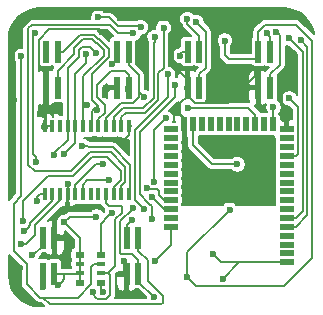
<source format=gbl>
%MOIN*%
%OFA0B0*%
%FSLAX46Y46*%
%IPPOS*%
%LPD*%
%ADD10R,0.047244094488188976X0.01968503937007874*%
%ADD11R,0.01968503937007874X0.047244094488188976*%
%ADD12R,0.015748031496062995X0.043307086614173235*%
%ADD13R,0.031496062992125991X0.01968503937007874*%
%ADD14R,0.031496062992125991X0.015748031496062995*%
%ADD15R,0.01968503937007874X0.072834645669291348*%
%ADD16C,0.023622047244094488*%
%ADD17C,0.0078740157480314977*%
%LPD*%
G04 next file*
%LPD*%
G04 #@! TF.GenerationSoftware,KiCad,Pcbnew,(5.1.2)-1*
G04 #@! TF.CreationDate,2019-11-08T13:50:46+05:30*
G04 #@! TF.ProjectId,TALK,54414c4b-2e6b-4696-9361-645f70636258,rev?*
G04 #@! TF.SameCoordinates,Original*
G04 #@! TF.FileFunction,Copper,L2,Bot*
G04 #@! TF.FilePolarity,Positive*
G04 Gerber Fmt 4.6, Leading zero omitted, Abs format (unit mm)*
G04 Created by KiCad (PCBNEW (5.1.2)-1) date 2019-11-08 13:50:46*
G04 APERTURE LIST*
G04 APERTURE END LIST*
D10*
X-0004173228Y0006771653D02*
X0001823188Y0002734330D03*
X0001823188Y0002763858D03*
X0001823188Y0002793385D03*
X0001823188Y0002822913D03*
X0001823188Y0002852440D03*
X0001823188Y0002881968D03*
X0001823188Y0002911496D03*
X0001823188Y0002941023D03*
X0001823188Y0002970551D03*
X0001823188Y0003000078D03*
X0001823188Y0003029606D03*
X0001823188Y0003059133D03*
D11*
X0001868464Y0003076850D03*
X0001897992Y0003076850D03*
X0001927519Y0003076850D03*
X0001957047Y0003076850D03*
X0001986574Y0003076850D03*
X0002016102Y0003076850D03*
X0002045629Y0003076850D03*
X0002075157Y0003076850D03*
X0002104685Y0003076850D03*
X0002134212Y0003076850D03*
X0002163740Y0003076850D03*
D10*
X0002209015Y0003059133D03*
X0002209015Y0003029606D03*
X0002209015Y0003000078D03*
X0002209015Y0002970551D03*
X0002209015Y0002941023D03*
X0002209015Y0002911496D03*
X0002209015Y0002881968D03*
X0002209015Y0002852440D03*
X0002209015Y0002822913D03*
X0002209015Y0002793385D03*
X0002209015Y0002763858D03*
X0002209015Y0002734330D03*
X0002209015Y0002704803D03*
X0002209015Y0002675275D03*
X0002209015Y0002645748D03*
X0002209015Y0002616220D03*
D12*
X0001402440Y0002844881D03*
X0001428031Y0002844881D03*
X0001453622Y0002844881D03*
X0001479212Y0002844881D03*
X0001504803Y0002844881D03*
X0001530393Y0002844881D03*
X0001555984Y0002844881D03*
X0001581574Y0002844881D03*
X0001607165Y0002844881D03*
X0001632755Y0002844881D03*
X0001658346Y0002844881D03*
X0001683936Y0002844881D03*
X0001683936Y0003069291D03*
X0001658346Y0003069291D03*
X0001632755Y0003069291D03*
X0001607165Y0003069291D03*
X0001581574Y0003069291D03*
X0001555984Y0003069291D03*
X0001530393Y0003069291D03*
X0001504803Y0003069291D03*
X0001479212Y0003069291D03*
X0001453622Y0003069291D03*
X0001428031Y0003069291D03*
X0001402440Y0003069291D03*
D13*
X0001591220Y0002641811D03*
D14*
X0001591220Y0002578818D03*
X0001591220Y0002610314D03*
D13*
X0001591220Y0002547322D03*
D14*
X0001520354Y0002610314D03*
D13*
X0001520354Y0002641811D03*
D14*
X0001520354Y0002578818D03*
D13*
X0001520354Y0002547322D03*
D15*
X0001676023Y0002577834D03*
X0001676023Y0002697913D03*
X0001715393Y0002577834D03*
X0001715393Y0002697913D03*
X0001435551Y0002697913D03*
X0001435551Y0002577834D03*
X0001396181Y0002697913D03*
X0001396181Y0002577834D03*
X0002154645Y0003318661D03*
X0002154645Y0003198582D03*
X0002115275Y0003318661D03*
X0002115275Y0003198582D03*
X0001918517Y0003318661D03*
X0001918517Y0003198582D03*
X0001879146Y0003318661D03*
X0001879146Y0003198582D03*
X0001643018Y0003198582D03*
X0001643018Y0003318661D03*
X0001682388Y0003198582D03*
X0001682388Y0003318661D03*
X0001446259Y0003318661D03*
X0001446259Y0003198582D03*
X0001406889Y0003318661D03*
X0001406889Y0003198582D03*
D16*
X0002003503Y0003355354D03*
X0001408504Y0003301922D03*
X0001375708Y0002820275D03*
X0002045196Y0002942480D03*
X0002019606Y0002791102D03*
X0001854212Y0003305000D03*
X0001627813Y0003276850D03*
X0001878961Y0002565510D03*
X0001468433Y0002748976D03*
X0001448677Y0002539765D03*
X0001575456Y0002768787D03*
X0001694155Y0002757480D03*
X0001481312Y0002878519D03*
X0001771299Y0002620236D03*
X0001995984Y0002561220D03*
X0001843721Y0003113068D03*
X0002194312Y0003187716D03*
X0001963818Y0002644251D03*
X0001668543Y0002620354D03*
X0001603716Y0003174936D03*
X0002109566Y0003242637D03*
X0001961811Y0002912519D03*
X0001654521Y0003428908D03*
X0001388426Y0003110277D03*
X0001593089Y0003384960D03*
X0001299606Y0003157086D03*
X0001569144Y0003027507D03*
X0001448661Y0002701731D03*
X0001319330Y0002597440D03*
X0001806850Y0003097007D03*
X0001767551Y0002882943D03*
X0002165590Y0003132165D03*
X0001879101Y0003131946D03*
X0002217934Y0003362205D03*
X0002257728Y0003355818D03*
X0001812795Y0003242834D03*
X0001734753Y0002793625D03*
X0001836417Y0003207401D03*
X0001760866Y0002760275D03*
X0001542519Y0003140275D03*
X0001577397Y0003123424D03*
X0001680420Y0003194153D03*
X0001734377Y0003166174D03*
X0001769645Y0003367717D03*
X0001908579Y0003416400D03*
X0001799306Y0003397810D03*
X0001878784Y0003426613D03*
X0002174850Y0003385007D03*
X0001372047Y0003381453D03*
X0001722598Y0003399409D03*
X0001582322Y0003432204D03*
X0001373857Y0002949943D03*
X0001527011Y0003005273D03*
X0002143936Y0003378976D03*
X0001698034Y0003378934D03*
X0001359510Y0002638879D03*
X0001332304Y0002753991D03*
X0001597047Y0002516807D03*
X0001396959Y0002533494D03*
X0001565558Y0002516142D03*
X0001541952Y0003311145D03*
X0001325196Y0003302322D03*
X0001467085Y0002975789D03*
X0001575144Y0003313640D03*
X0001435591Y0002975451D03*
X0001766868Y0002500709D03*
X0001695787Y0002795669D03*
X0001627019Y0002780983D03*
X0002217934Y0003162204D03*
X0001323896Y0002677658D03*
X0001742992Y0002863222D03*
X0001598976Y0002943620D03*
X0001334134Y0002719116D03*
X0001760074Y0002835448D03*
X0001617913Y0002889055D03*
D17*
X0002115275Y0003318661D02*
X0002113464Y0003316850D01*
X0001519370Y0002577834D02*
X0001520354Y0002578818D01*
X0001468661Y0002577834D02*
X0001519370Y0002577834D01*
X0001435551Y0002577834D02*
X0001468661Y0002577834D01*
X0001406889Y0003318661D02*
X0001408469Y0003318661D01*
X0001408469Y0003318661D02*
X0001408504Y0003318626D01*
X0001408504Y0003318626D02*
X0001408504Y0003301922D01*
X0001386692Y0002844881D02*
X0001375708Y0002833897D01*
X0001402440Y0002844881D02*
X0001386692Y0002844881D01*
X0001375708Y0002833897D02*
X0001375708Y0002820275D01*
X0002043622Y0002944055D02*
X0002045196Y0002942480D01*
X0001959685Y0002944055D02*
X0002043622Y0002944055D01*
X0001897992Y0003076850D02*
X0001897992Y0003005748D01*
X0001897992Y0003005748D02*
X0001959685Y0002944055D01*
X0002115275Y0003300590D02*
X0002115275Y0003318661D01*
X0002107480Y0003292795D02*
X0002115275Y0003300590D01*
X0002016220Y0003292795D02*
X0002107480Y0003292795D01*
X0002003503Y0003355354D02*
X0002003503Y0003305511D01*
X0002003503Y0003305511D02*
X0002016220Y0003292795D01*
X0001879146Y0003318661D02*
X0001861430Y0003318661D01*
X0001854212Y0003311444D02*
X0001854212Y0003305000D01*
X0001861430Y0003318661D02*
X0001854212Y0003311444D01*
X0001643018Y0003318661D02*
X0001643018Y0003292055D01*
X0001643018Y0003292055D02*
X0001639624Y0003288661D01*
X0001639624Y0003288661D02*
X0001627813Y0003276850D01*
X0002115275Y0003318661D02*
X0002115275Y0003385276D01*
X0002019606Y0002791102D02*
X0001878961Y0002650457D01*
X0002294253Y0002630867D02*
X0002200629Y0002537244D01*
X0001878961Y0002582213D02*
X0001878961Y0002565510D01*
X0002200629Y0002537244D02*
X0001907227Y0002537244D01*
X0002294253Y0003354254D02*
X0002294253Y0002630867D01*
X0002239878Y0003408629D02*
X0002294253Y0003354254D01*
X0002138629Y0003408629D02*
X0002239878Y0003408629D01*
X0002115275Y0003385276D02*
X0002138629Y0003408629D01*
X0001890772Y0002553699D02*
X0001878961Y0002565510D01*
X0001907227Y0002537244D02*
X0001890772Y0002553699D01*
X0001878961Y0002650457D02*
X0001878961Y0002582213D01*
X0001468661Y0002577834D02*
X0001468661Y0002559748D01*
X0001468661Y0002559748D02*
X0001460488Y0002551575D01*
X0001460488Y0002551575D02*
X0001448677Y0002539765D01*
X0001488245Y0002768787D02*
X0001575456Y0002768787D01*
X0001468433Y0002748976D02*
X0001488245Y0002768787D01*
X0001520354Y0002697055D02*
X0001468433Y0002748976D01*
X0001520354Y0002547322D02*
X0001520354Y0002697055D01*
X0001692992Y0002757480D02*
X0001694155Y0002757480D01*
X0001676023Y0002697913D02*
X0001676023Y0002740511D01*
X0001676023Y0002740511D02*
X0001692992Y0002757480D01*
X0001479212Y0002876420D02*
X0001481312Y0002878519D01*
X0001479212Y0002844881D02*
X0001479212Y0002876420D01*
X0001406889Y0003073740D02*
X0001402440Y0003069291D01*
X0001406889Y0003198582D02*
X0001406889Y0003073740D01*
X0001428031Y0003069291D02*
X0001402440Y0003069291D01*
X0001823188Y0002734330D02*
X0001823188Y0002672125D01*
X0001823188Y0002672125D02*
X0001771299Y0002620236D01*
X0002209015Y0002616220D02*
X0002050984Y0002616220D01*
X0002050984Y0002616220D02*
X0001995984Y0002561220D01*
X0001868464Y0003076850D02*
X0001868464Y0003097165D01*
X0001854881Y0003147742D02*
X0001879146Y0003172007D01*
X0001854881Y0003110748D02*
X0001854881Y0003147742D01*
X0001868464Y0003097165D02*
X0001854881Y0003110748D01*
X0001868464Y0003090629D02*
X0001846026Y0003113068D01*
X0001868464Y0003076850D02*
X0001868464Y0003090629D01*
X0001846026Y0003113068D02*
X0001843721Y0003113068D01*
X0002050984Y0002616220D02*
X0001991849Y0002616220D01*
X0001991849Y0002616220D02*
X0001963818Y0002644251D01*
X0001668543Y0002603650D02*
X0001668543Y0002620354D01*
X0001668543Y0002585314D02*
X0001668543Y0002603650D01*
X0001676023Y0002577834D02*
X0001668543Y0002585314D01*
X0001625301Y0003198582D02*
X0001603716Y0003176996D01*
X0001603716Y0003176996D02*
X0001603716Y0003174936D01*
X0001643018Y0003198582D02*
X0001625301Y0003198582D01*
X0002109566Y0003204291D02*
X0002115275Y0003198582D01*
X0002109566Y0003242637D02*
X0002109566Y0003204291D01*
X0001868464Y0003005866D02*
X0001950000Y0002924330D01*
X0001950000Y0002924330D02*
X0001961811Y0002912519D01*
X0001868464Y0003076850D02*
X0001868464Y0003005866D01*
X0001879146Y0003172007D02*
X0001904067Y0003147087D01*
X0002014016Y0003147087D02*
X0002097755Y0003230826D01*
X0001904067Y0003147087D02*
X0002014016Y0003147087D01*
X0002097755Y0003230826D02*
X0002109566Y0003242637D01*
X0001879146Y0003198582D02*
X0001879146Y0003172007D01*
X0001402440Y0003069291D02*
X0001402440Y0003098818D01*
X0001402440Y0003098818D02*
X0001390982Y0003110277D01*
X0001390982Y0003110277D02*
X0001388426Y0003110277D01*
X0001830590Y0003421929D02*
X0001823611Y0003428908D01*
X0001671224Y0003428908D02*
X0001654521Y0003428908D01*
X0001830590Y0003273713D02*
X0001830590Y0003421929D01*
X0001879146Y0003225157D02*
X0001830590Y0003273713D01*
X0001879146Y0003198582D02*
X0001879146Y0003225157D01*
X0001769183Y0003428908D02*
X0001671224Y0003428908D01*
X0001823611Y0003428908D02*
X0001769183Y0003428908D01*
X0001769183Y0003402963D02*
X0001728818Y0003362598D01*
X0001769183Y0003428908D02*
X0001769183Y0003402963D01*
X0001728818Y0003362598D02*
X0001728818Y0003300472D01*
X0002194312Y0003091553D02*
X0002194312Y0003187716D01*
X0002209015Y0003059133D02*
X0002209015Y0003076850D01*
X0002209015Y0003076850D02*
X0002194312Y0003091553D01*
X0001585215Y0003392834D02*
X0001593089Y0003384960D01*
X0001406889Y0003198582D02*
X0001406889Y0003242874D01*
X0001382520Y0003267243D02*
X0001382520Y0003357831D01*
X0001417523Y0003392834D02*
X0001585215Y0003392834D01*
X0001382520Y0003357831D02*
X0001417523Y0003392834D01*
X0001406889Y0003242874D02*
X0001382520Y0003267243D01*
X0001385996Y0003455826D02*
X0001306929Y0003376759D01*
X0001654521Y0003428908D02*
X0001627602Y0003455826D01*
X0001627602Y0003455826D02*
X0001385996Y0003455826D01*
X0001306929Y0003376759D02*
X0001306929Y0003326377D01*
X0001299606Y0003311692D02*
X0001299606Y0003157086D01*
X0001306929Y0003326377D02*
X0001299606Y0003319055D01*
X0001299606Y0003319055D02*
X0001299606Y0003311692D01*
X0001585848Y0003027507D02*
X0001569144Y0003027507D01*
X0001683936Y0003039763D02*
X0001671681Y0003027507D01*
X0001683936Y0003069291D02*
X0001683936Y0003039763D01*
X0001671681Y0003027507D02*
X0001585848Y0003027507D01*
X0001435551Y0002697913D02*
X0001436732Y0002696731D01*
X0001436732Y0002696731D02*
X0001443661Y0002696731D01*
X0001443661Y0002696731D02*
X0001448661Y0002701731D01*
X0001806850Y0003097007D02*
X0001767551Y0003057708D01*
X0001767551Y0002899646D02*
X0001767551Y0002882943D01*
X0001767551Y0003057708D02*
X0001767551Y0002899646D01*
X0002163740Y0003076850D02*
X0002163740Y0003130314D01*
X0002163740Y0003130314D02*
X0002165590Y0003132165D01*
X0002104685Y0003108346D02*
X0002081692Y0003131338D01*
X0001879709Y0003131338D02*
X0001879101Y0003131946D01*
X0002081692Y0003131338D02*
X0001879709Y0003131338D01*
X0002104685Y0003076850D02*
X0002104685Y0003108346D01*
X0002240511Y0002763858D02*
X0002209015Y0002763858D01*
X0002262756Y0002786102D02*
X0002240511Y0002763858D01*
X0002262756Y0003317383D02*
X0002262756Y0002786102D01*
X0002217934Y0003362205D02*
X0002262756Y0003317383D01*
X0002278504Y0002772323D02*
X0002240511Y0002734330D01*
X0002278504Y0003335042D02*
X0002278504Y0002772323D01*
X0002240511Y0002734330D02*
X0002209015Y0002734330D01*
X0002257728Y0003355818D02*
X0002278504Y0003335042D01*
X0001812795Y0003166641D02*
X0001703622Y0003057468D01*
X0001703622Y0003057468D02*
X0001703622Y0002824757D01*
X0001812795Y0003242834D02*
X0001812795Y0003166641D01*
X0001722942Y0002805436D02*
X0001734753Y0002793625D01*
X0001703622Y0002824757D02*
X0001722942Y0002805436D01*
X0001760866Y0002802415D02*
X0001760866Y0002776978D01*
X0001749618Y0002811984D02*
X0001751296Y0002811984D01*
X0001719370Y0003050945D02*
X0001719370Y0002842232D01*
X0001836417Y0003167992D02*
X0001719370Y0003050945D01*
X0001836417Y0003207401D02*
X0001836417Y0003167992D01*
X0001760866Y0002776978D02*
X0001760866Y0002760275D01*
X0001719370Y0002842232D02*
X0001749618Y0002811984D01*
X0001751296Y0002811984D02*
X0001760866Y0002802415D01*
X0001531968Y0003129724D02*
X0001542519Y0003140275D01*
X0001531968Y0003072283D02*
X0001531968Y0003129724D01*
X0001575227Y0003345589D02*
X0001561486Y0003359330D01*
X0001501046Y0003330543D02*
X0001501046Y0003309196D01*
X0001600314Y0003305403D02*
X0001600314Y0003322234D01*
X0001576960Y0003345589D02*
X0001575227Y0003345589D01*
X0001561486Y0003359330D02*
X0001529834Y0003359330D01*
X0001529834Y0003359330D02*
X0001501046Y0003330543D01*
X0001501046Y0003309196D02*
X0001446259Y0003254409D01*
X0001446259Y0003254409D02*
X0001446259Y0003242874D01*
X0001446259Y0003242874D02*
X0001446259Y0003198582D01*
X0001600314Y0003322234D02*
X0001576960Y0003345589D01*
X0001530393Y0003235482D02*
X0001600314Y0003305403D01*
X0001530393Y0003069291D02*
X0001530393Y0003235482D01*
X0001561889Y0003118976D02*
X0001580669Y0003137755D01*
X0001555984Y0003069291D02*
X0001561889Y0003075196D01*
X0001561889Y0003075196D02*
X0001561889Y0003118976D01*
X0001580669Y0003137755D02*
X0001580669Y0003126696D01*
X0001580669Y0003126696D02*
X0001577397Y0003123424D01*
X0001520668Y0003375353D02*
X0001463976Y0003318661D01*
X0001616063Y0003298880D02*
X0001616063Y0003328757D01*
X0001583483Y0003361338D02*
X0001581750Y0003361338D01*
X0001616063Y0003328757D02*
X0001583483Y0003361338D01*
X0001567735Y0003375353D02*
X0001520668Y0003375353D01*
X0001559921Y0003242738D02*
X0001616063Y0003298880D01*
X0001463976Y0003318661D02*
X0001446259Y0003318661D01*
X0001580669Y0003137755D02*
X0001559921Y0003158503D01*
X0001581750Y0003361338D02*
X0001567735Y0003375353D01*
X0001559921Y0003158503D02*
X0001559921Y0003242738D01*
X0001682388Y0003196121D02*
X0001680420Y0003194153D01*
X0001682388Y0003198582D02*
X0001682388Y0003196121D01*
X0001682388Y0003241824D02*
X0001682388Y0003198582D01*
X0001670984Y0003253228D02*
X0001682388Y0003241824D01*
X0001622637Y0003253228D02*
X0001670984Y0003253228D01*
X0001581574Y0003092641D02*
X0001604291Y0003115358D01*
X0001581574Y0003069291D02*
X0001581574Y0003092641D01*
X0001604291Y0003115358D02*
X0001604291Y0003140954D01*
X0001604291Y0003140954D02*
X0001577007Y0003168237D01*
X0001577007Y0003168237D02*
X0001577007Y0003207598D01*
X0001577007Y0003207598D02*
X0001622637Y0003253228D01*
X0001682388Y0003274370D02*
X0001682388Y0003318661D01*
X0001716456Y0003240301D02*
X0001682388Y0003274370D01*
X0001716456Y0003194448D02*
X0001716456Y0003240301D01*
X0001607165Y0003069291D02*
X0001607165Y0003095960D01*
X0001657622Y0003146417D02*
X0001697323Y0003146417D01*
X0001716456Y0003165551D02*
X0001716456Y0003194448D01*
X0001697323Y0003146417D02*
X0001716456Y0003165551D01*
X0001607165Y0003095960D02*
X0001657622Y0003146417D01*
X0001722566Y0003177985D02*
X0001734377Y0003166174D01*
X0001716456Y0003194448D02*
X0001716456Y0003184094D01*
X0001716456Y0003184094D02*
X0001722566Y0003177985D01*
X0001920390Y0003404589D02*
X0001908579Y0003416400D01*
X0001940653Y0003265010D02*
X0001940653Y0003384326D01*
X0001940653Y0003384326D02*
X0001920390Y0003404589D01*
X0001918517Y0003198582D02*
X0001918517Y0003242874D01*
X0001918517Y0003242874D02*
X0001940653Y0003265010D01*
X0001632755Y0003098818D02*
X0001664606Y0003130669D01*
X0001766534Y0003164924D02*
X0001766534Y0003347903D01*
X0001632755Y0003069291D02*
X0001632755Y0003098818D01*
X0001766534Y0003347903D02*
X0001769645Y0003351014D01*
X0001769645Y0003351014D02*
X0001769645Y0003367717D01*
X0001732279Y0003130669D02*
X0001766534Y0003164924D01*
X0001664606Y0003130669D02*
X0001732279Y0003130669D01*
X0001918517Y0003371100D02*
X0001878784Y0003410833D01*
X0001878784Y0003410833D02*
X0001878784Y0003426613D01*
X0001918517Y0003318661D02*
X0001918517Y0003371100D01*
X0001782283Y0003247283D02*
X0001799306Y0003264306D01*
X0001799306Y0003264306D02*
X0001799306Y0003381107D01*
X0001738802Y0003114920D02*
X0001782283Y0003158401D01*
X0001658346Y0003069291D02*
X0001658346Y0003098818D01*
X0001799306Y0003381107D02*
X0001799306Y0003397810D01*
X0001674448Y0003114920D02*
X0001738802Y0003114920D01*
X0001782283Y0003158401D02*
X0001782283Y0003247283D01*
X0001658346Y0003098818D02*
X0001674448Y0003114920D01*
X0002186661Y0003373196D02*
X0002174850Y0003385007D01*
X0002154645Y0003242874D02*
X0002186661Y0003274890D01*
X0002186661Y0003274890D02*
X0002186661Y0003373196D01*
X0002154645Y0003198582D02*
X0002154645Y0003242874D01*
X0001617817Y0003432204D02*
X0001599026Y0003432204D01*
X0001599026Y0003432204D02*
X0001582322Y0003432204D01*
X0001722598Y0003399409D02*
X0001719016Y0003402991D01*
X0001719016Y0003402991D02*
X0001647030Y0003402991D01*
X0001647030Y0003402991D02*
X0001617817Y0003432204D01*
X0001364804Y0003374209D02*
X0001364804Y0002975700D01*
X0001372047Y0003381453D02*
X0001364804Y0003374209D01*
X0001364804Y0002975700D02*
X0001373857Y0002966646D01*
X0001373857Y0002966646D02*
X0001373857Y0002949943D01*
X0001549677Y0002999310D02*
X0001543714Y0003005273D01*
X0001687284Y0002941314D02*
X0001629287Y0002999310D01*
X0001629287Y0002999310D02*
X0001549677Y0002999310D01*
X0001683936Y0002844881D02*
X0001687284Y0002848229D01*
X0001543714Y0003005273D02*
X0001527011Y0003005273D01*
X0001687284Y0002848229D02*
X0001687284Y0002941314D01*
X0002157401Y0003321417D02*
X0002154645Y0003318661D01*
X0002157401Y0003335157D02*
X0002157401Y0003321417D01*
X0002154645Y0003368268D02*
X0002143936Y0003378976D01*
X0002154645Y0003318661D02*
X0002154645Y0003368268D01*
X0001658346Y0002844881D02*
X0001658346Y0002870877D01*
X0001671535Y0002884067D02*
X0001671535Y0002934790D01*
X0001361023Y0003408582D02*
X0001619167Y0003408582D01*
X0001554322Y0002983562D02*
X0001489945Y0002919185D01*
X0001348425Y0003395984D02*
X0001361023Y0003408582D01*
X0001622764Y0002983562D02*
X0001554322Y0002983562D01*
X0001671535Y0002934790D02*
X0001622764Y0002983562D01*
X0001658346Y0002870877D02*
X0001671535Y0002884067D01*
X0001348818Y0002940297D02*
X0001348818Y0003313661D01*
X0001489945Y0002919185D02*
X0001369930Y0002919185D01*
X0001619167Y0003408582D02*
X0001648815Y0003378934D01*
X0001648815Y0003378934D02*
X0001681331Y0003378934D01*
X0001681331Y0003378934D02*
X0001698034Y0003378934D01*
X0001348425Y0003314055D02*
X0001348425Y0003395984D01*
X0001369930Y0002919185D02*
X0001348818Y0002940297D01*
X0001348818Y0003313661D02*
X0001348425Y0003314055D01*
X0001363721Y0002638879D02*
X0001359510Y0002638879D01*
X0001396181Y0002697913D02*
X0001396181Y0002671338D01*
X0001396181Y0002671338D02*
X0001363721Y0002638879D01*
X0001632755Y0002867558D02*
X0001655787Y0002890590D01*
X0001332304Y0002770694D02*
X0001332304Y0002753991D01*
X0001632755Y0002844881D02*
X0001632755Y0002867558D01*
X0001332304Y0002821174D02*
X0001332304Y0002770694D01*
X0001655787Y0002890590D02*
X0001655787Y0002921770D01*
X0001495787Y0002902755D02*
X0001413885Y0002902755D01*
X0001655787Y0002921770D02*
X0001609744Y0002967813D01*
X0001560845Y0002967813D02*
X0001495787Y0002902755D01*
X0001413885Y0002902755D02*
X0001332304Y0002821174D01*
X0001609744Y0002967813D02*
X0001560845Y0002967813D01*
X0001591220Y0002522634D02*
X0001597047Y0002516807D01*
X0001591220Y0002547322D02*
X0001591220Y0002522634D01*
X0001396229Y0002533494D02*
X0001396959Y0002533494D01*
X0001396181Y0002533543D02*
X0001396229Y0002533494D01*
X0001396181Y0002577834D02*
X0001396181Y0002533543D01*
X0001614842Y0002578818D02*
X0001591220Y0002578818D01*
X0001620669Y0002572991D02*
X0001620669Y0002505469D01*
X0001620669Y0002505469D02*
X0001608386Y0002493185D01*
X0001563260Y0002510000D02*
X0001563260Y0002513844D01*
X0001580075Y0002493185D02*
X0001575071Y0002498189D01*
X0001614842Y0002578818D02*
X0001620669Y0002572991D01*
X0001575071Y0002498189D02*
X0001563260Y0002510000D01*
X0001608386Y0002493185D02*
X0001580075Y0002493185D01*
X0001563260Y0002513844D02*
X0001565558Y0002516142D01*
X0001607165Y0002815354D02*
X0001607165Y0002844881D01*
X0001617913Y0002804606D02*
X0001607165Y0002815354D01*
X0001638543Y0002759101D02*
X0001661417Y0002781975D01*
X0001661417Y0002781975D02*
X0001661417Y0002800472D01*
X0001614842Y0002578818D02*
X0001638543Y0002602519D01*
X0001638543Y0002602519D02*
X0001638543Y0002759101D01*
X0001661417Y0002800472D02*
X0001657283Y0002804606D01*
X0001657283Y0002804606D02*
X0001617913Y0002804606D01*
X0001504803Y0003244724D02*
X0001540574Y0003280495D01*
X0001540574Y0003280495D02*
X0001540574Y0003312523D01*
X0001540574Y0003312523D02*
X0001541952Y0003311145D01*
X0001504803Y0003069291D02*
X0001504803Y0003244724D01*
X0001504803Y0003069291D02*
X0001504803Y0003013507D01*
X0001504803Y0003013507D02*
X0001478896Y0002987600D01*
X0001478896Y0002987600D02*
X0001467085Y0002975789D01*
X0001795984Y0002481023D02*
X0001792047Y0002477086D01*
X0001795984Y0002505000D02*
X0001795984Y0002481023D01*
X0001746338Y0002554645D02*
X0001795984Y0002505000D01*
X0001746338Y0002622677D02*
X0001746338Y0002554645D01*
X0001715393Y0002653622D02*
X0001746338Y0002622677D01*
X0001715393Y0002697913D02*
X0001715393Y0002653622D01*
X0001792047Y0002477086D02*
X0001419960Y0002477086D01*
X0001419960Y0002477086D02*
X0001398366Y0002498681D01*
X0001591220Y0002610314D02*
X0001567598Y0002610314D01*
X0001558070Y0002600787D02*
X0001558070Y0002542362D01*
X0001514389Y0002498681D02*
X0001398366Y0002498681D01*
X0001567598Y0002610314D02*
X0001558070Y0002600787D01*
X0001558070Y0002542362D02*
X0001514389Y0002498681D01*
X0001325196Y0003285619D02*
X0001325196Y0003302322D01*
X0001325196Y0002837677D02*
X0001325196Y0003285619D01*
X0001387224Y0002498681D02*
X0001342952Y0002542952D01*
X0001398366Y0002498681D02*
X0001387224Y0002498681D01*
X0001342952Y0002542952D02*
X0001342952Y0002609645D01*
X0001342952Y0002609645D02*
X0001299370Y0002653228D01*
X0001299370Y0002653228D02*
X0001299370Y0002811850D01*
X0001299370Y0002811850D02*
X0001325196Y0002837677D01*
X0001479212Y0003069291D02*
X0001479212Y0003263760D01*
X0001516795Y0003301342D02*
X0001516795Y0003324019D01*
X0001563333Y0003325451D02*
X0001575144Y0003313640D01*
X0001553437Y0003335347D02*
X0001563333Y0003325451D01*
X0001528122Y0003335347D02*
X0001553437Y0003335347D01*
X0001516795Y0003324019D02*
X0001528122Y0003335347D01*
X0001479212Y0003263760D02*
X0001516795Y0003301342D01*
X0001479212Y0003069291D02*
X0001479212Y0003022949D01*
X0001479212Y0003022949D02*
X0001435591Y0002979327D01*
X0001435591Y0002979327D02*
X0001435591Y0002975451D01*
X0001715393Y0002577834D02*
X0001715393Y0002551259D01*
X0001715393Y0002551259D02*
X0001765944Y0002500709D01*
X0001765944Y0002500709D02*
X0001766868Y0002500709D01*
X0001695787Y0002794073D02*
X0001695787Y0002795669D01*
X0001715393Y0002622125D02*
X0001693543Y0002643976D01*
X0001715393Y0002577834D02*
X0001715393Y0002622125D01*
X0001693543Y0002643976D02*
X0001657205Y0002643976D01*
X0001657205Y0002643976D02*
X0001654291Y0002646889D01*
X0001654291Y0002646889D02*
X0001654291Y0002752578D01*
X0001654291Y0002752578D02*
X0001695787Y0002794073D01*
X0001591220Y0002745185D02*
X0001615208Y0002769172D01*
X0001591220Y0002641811D02*
X0001591220Y0002745185D01*
X0001615208Y0002769172D02*
X0001627019Y0002780983D01*
X0002240511Y0002970551D02*
X0002209015Y0002970551D01*
X0002247007Y0002977047D02*
X0002240511Y0002970551D01*
X0002247007Y0003133131D02*
X0002247007Y0002977047D01*
X0002217934Y0003162204D02*
X0002247007Y0003133131D01*
X0001340600Y0002677658D02*
X0001323896Y0002677658D01*
X0001370314Y0002707373D02*
X0001340600Y0002677658D01*
X0001370314Y0002739567D02*
X0001370314Y0002707373D01*
X0001453622Y0002822874D02*
X0001370314Y0002739567D01*
X0001453622Y0002844881D02*
X0001453622Y0002822874D01*
X0001746894Y0002859321D02*
X0001742992Y0002863222D01*
X0001776725Y0002859321D02*
X0001746894Y0002859321D01*
X0001800444Y0002822913D02*
X0001783228Y0002840129D01*
X0001823188Y0002822913D02*
X0001800444Y0002822913D01*
X0001783228Y0002840129D02*
X0001783228Y0002852818D01*
X0001783228Y0002852818D02*
X0001776725Y0002859321D01*
X0001582273Y0002943620D02*
X0001598976Y0002943620D01*
X0001504803Y0002874409D02*
X0001574014Y0002943620D01*
X0001574014Y0002943620D02*
X0001582273Y0002943620D01*
X0001504803Y0002844881D02*
X0001504803Y0002874409D01*
X0001345945Y0002730927D02*
X0001334134Y0002719116D01*
X0001354566Y0002739547D02*
X0001345945Y0002730927D01*
X0001428031Y0002844881D02*
X0001428031Y0002819555D01*
X0001354566Y0002746090D02*
X0001354566Y0002739547D01*
X0001428031Y0002819555D02*
X0001354566Y0002746090D01*
X0001823188Y0002793385D02*
X0001802137Y0002793385D01*
X0001771885Y0002823637D02*
X0001760074Y0002835448D01*
X0001802137Y0002793385D02*
X0001771885Y0002823637D01*
X0001530393Y0002844881D02*
X0001530393Y0002874409D01*
X0001601210Y0002889055D02*
X0001617913Y0002889055D01*
X0001530393Y0002874409D02*
X0001545039Y0002889055D01*
X0001545039Y0002889055D02*
X0001601210Y0002889055D01*
G36*
X0001285383Y0002639241D02*
G01*
X0001286134Y0002638624D01*
X0001323267Y0002601491D01*
X0001323267Y0002543919D01*
X0001323172Y0002542952D01*
X0001323552Y0002539093D01*
X0001323877Y0002538023D01*
X0001324678Y0002535383D01*
X0001326506Y0002531963D01*
X0001328966Y0002528965D01*
X0001329717Y0002528349D01*
X0001372621Y0002485445D01*
X0001373237Y0002484694D01*
X0001376235Y0002482234D01*
X0001379654Y0002480406D01*
X0001383294Y0002479302D01*
X0001383365Y0002479280D01*
X0001387224Y0002478900D01*
X0001388191Y0002478996D01*
X0001390212Y0002478996D01*
X0001399759Y0002469448D01*
X0001385779Y0002469448D01*
X0001365285Y0002471458D01*
X0001346359Y0002477172D01*
X0001328903Y0002486453D01*
X0001313582Y0002498948D01*
X0001300981Y0002514181D01*
X0001291577Y0002531572D01*
X0001285731Y0002550457D01*
X0001283582Y0002570906D01*
X0001283582Y0002641435D01*
X0001285383Y0002639241D01*
X0001285383Y0002639241D01*
G37*
X0001285383Y0002639241D02*
X0001286134Y0002638624D01*
X0001323267Y0002601491D01*
X0001323267Y0002543919D01*
X0001323172Y0002542952D01*
X0001323552Y0002539093D01*
X0001323877Y0002538023D01*
X0001324678Y0002535383D01*
X0001326506Y0002531963D01*
X0001328966Y0002528965D01*
X0001329717Y0002528349D01*
X0001372621Y0002485445D01*
X0001373237Y0002484694D01*
X0001376235Y0002482234D01*
X0001379654Y0002480406D01*
X0001383294Y0002479302D01*
X0001383365Y0002479280D01*
X0001387224Y0002478900D01*
X0001388191Y0002478996D01*
X0001390212Y0002478996D01*
X0001399759Y0002469448D01*
X0001385779Y0002469448D01*
X0001365285Y0002471458D01*
X0001346359Y0002477172D01*
X0001328903Y0002486453D01*
X0001313582Y0002498948D01*
X0001300981Y0002514181D01*
X0001291577Y0002531572D01*
X0001285731Y0002550457D01*
X0001283582Y0002570906D01*
X0001283582Y0002641435D01*
X0001285383Y0002639241D01*
G36*
X0001681929Y0002583897D02*
G01*
X0001682874Y0002583897D01*
X0001682874Y0002571771D01*
X0001681929Y0002571771D01*
X0001681929Y0002523464D01*
X0001687913Y0002517480D01*
X0001691056Y0002517931D01*
X0001695538Y0002519395D01*
X0001699649Y0002521705D01*
X0001703230Y0002524772D01*
X0001703995Y0002525746D01*
X0001705551Y0002525593D01*
X0001713221Y0002525593D01*
X0001739309Y0002499505D01*
X0001739309Y0002497994D01*
X0001739552Y0002496771D01*
X0001638341Y0002496771D01*
X0001638944Y0002497899D01*
X0001640070Y0002501610D01*
X0001640197Y0002502906D01*
X0001640450Y0002505469D01*
X0001640354Y0002506435D01*
X0001640354Y0002541926D01*
X0001642133Y0002541926D01*
X0001642496Y0002537224D01*
X0001643769Y0002532684D01*
X0001645903Y0002528480D01*
X0001648817Y0002524772D01*
X0001652398Y0002521705D01*
X0001656508Y0002519395D01*
X0001660990Y0002517931D01*
X0001664133Y0002517480D01*
X0001670118Y0002523464D01*
X0001670118Y0002571771D01*
X0001648228Y0002571771D01*
X0001642244Y0002565787D01*
X0001642133Y0002541926D01*
X0001640354Y0002541926D01*
X0001640354Y0002572025D01*
X0001640450Y0002572991D01*
X0001640354Y0002573958D01*
X0001640354Y0002573958D01*
X0001640127Y0002576265D01*
X0001647994Y0002584131D01*
X0001648228Y0002583897D01*
X0001670118Y0002583897D01*
X0001670118Y0002584685D01*
X0001681929Y0002584685D01*
X0001681929Y0002583897D01*
X0001681929Y0002583897D01*
G37*
X0001681929Y0002583897D02*
X0001682874Y0002583897D01*
X0001682874Y0002571771D01*
X0001681929Y0002571771D01*
X0001681929Y0002523464D01*
X0001687913Y0002517480D01*
X0001691056Y0002517931D01*
X0001695538Y0002519395D01*
X0001699649Y0002521705D01*
X0001703230Y0002524772D01*
X0001703995Y0002525746D01*
X0001705551Y0002525593D01*
X0001713221Y0002525593D01*
X0001739309Y0002499505D01*
X0001739309Y0002497994D01*
X0001739552Y0002496771D01*
X0001638341Y0002496771D01*
X0001638944Y0002497899D01*
X0001640070Y0002501610D01*
X0001640197Y0002502906D01*
X0001640450Y0002505469D01*
X0001640354Y0002506435D01*
X0001640354Y0002541926D01*
X0001642133Y0002541926D01*
X0001642496Y0002537224D01*
X0001643769Y0002532684D01*
X0001645903Y0002528480D01*
X0001648817Y0002524772D01*
X0001652398Y0002521705D01*
X0001656508Y0002519395D01*
X0001660990Y0002517931D01*
X0001664133Y0002517480D01*
X0001670118Y0002523464D01*
X0001670118Y0002571771D01*
X0001648228Y0002571771D01*
X0001642244Y0002565787D01*
X0001642133Y0002541926D01*
X0001640354Y0002541926D01*
X0001640354Y0002572025D01*
X0001640450Y0002572991D01*
X0001640354Y0002573958D01*
X0001640354Y0002573958D01*
X0001640127Y0002576265D01*
X0001647994Y0002584131D01*
X0001648228Y0002583897D01*
X0001670118Y0002583897D01*
X0001670118Y0002584685D01*
X0001681929Y0002584685D01*
X0001681929Y0002583897D01*
G36*
X0001481104Y0002823228D02*
G01*
X0001481408Y0002820141D01*
X0001482309Y0002817172D01*
X0001483149Y0002815600D01*
X0001483149Y0002805275D01*
X0001489133Y0002799291D01*
X0001492494Y0002799791D01*
X0001496963Y0002801296D01*
X0001501052Y0002803645D01*
X0001504604Y0002806745D01*
X0001505111Y0002807404D01*
X0001512677Y0002807404D01*
X0001515764Y0002807708D01*
X0001517598Y0002808264D01*
X0001519432Y0002807708D01*
X0001522519Y0002807404D01*
X0001538267Y0002807404D01*
X0001541354Y0002807708D01*
X0001543188Y0002808264D01*
X0001545023Y0002807708D01*
X0001548110Y0002807404D01*
X0001563858Y0002807404D01*
X0001566945Y0002807708D01*
X0001568779Y0002808264D01*
X0001570613Y0002807708D01*
X0001573700Y0002807404D01*
X0001589094Y0002807404D01*
X0001590718Y0002804365D01*
X0001593178Y0002801367D01*
X0001593930Y0002800750D01*
X0001602024Y0002792656D01*
X0001600519Y0002789022D01*
X0001599460Y0002783698D01*
X0001599460Y0002782469D01*
X0001596863Y0002786355D01*
X0001593024Y0002790194D01*
X0001588510Y0002793210D01*
X0001583495Y0002795287D01*
X0001578171Y0002796346D01*
X0001572742Y0002796346D01*
X0001567418Y0002795287D01*
X0001562402Y0002793210D01*
X0001557889Y0002790194D01*
X0001556167Y0002788472D01*
X0001489211Y0002788472D01*
X0001488245Y0002788567D01*
X0001487278Y0002788472D01*
X0001484386Y0002788187D01*
X0001480675Y0002787062D01*
X0001477255Y0002785234D01*
X0001474258Y0002782774D01*
X0001473641Y0002782023D01*
X0001468154Y0002776535D01*
X0001465719Y0002776535D01*
X0001460395Y0002775476D01*
X0001455379Y0002773398D01*
X0001450865Y0002770382D01*
X0001447027Y0002766544D01*
X0001444011Y0002762030D01*
X0001441933Y0002757015D01*
X0001440874Y0002751690D01*
X0001440874Y0002746262D01*
X0001441456Y0002743336D01*
X0001441456Y0002703976D01*
X0001463346Y0002703976D01*
X0001469330Y0002709960D01*
X0001469378Y0002720193D01*
X0001500669Y0002688901D01*
X0001500669Y0002666915D01*
X0001498550Y0002666273D01*
X0001495814Y0002664810D01*
X0001493416Y0002662842D01*
X0001491448Y0002660445D01*
X0001489986Y0002657709D01*
X0001489086Y0002654740D01*
X0001488782Y0002651653D01*
X0001488782Y0002631968D01*
X0001489086Y0002628881D01*
X0001489986Y0002625912D01*
X0001490432Y0002625078D01*
X0001489986Y0002624244D01*
X0001489086Y0002621276D01*
X0001488782Y0002618188D01*
X0001488782Y0002602440D01*
X0001489086Y0002599353D01*
X0001489642Y0002597519D01*
X0001469628Y0002597519D01*
X0001468661Y0002597614D01*
X0001467694Y0002597519D01*
X0001461217Y0002597519D01*
X0001461217Y0002614251D01*
X0001460913Y0002617339D01*
X0001460013Y0002620307D01*
X0001458551Y0002623043D01*
X0001456583Y0002625441D01*
X0001454185Y0002627409D01*
X0001451449Y0002628871D01*
X0001448480Y0002629772D01*
X0001445393Y0002630076D01*
X0001425708Y0002630076D01*
X0001422621Y0002629772D01*
X0001419652Y0002628871D01*
X0001416917Y0002627409D01*
X0001415866Y0002626546D01*
X0001414815Y0002627409D01*
X0001412079Y0002628871D01*
X0001409110Y0002629772D01*
X0001406023Y0002630076D01*
X0001386338Y0002630076D01*
X0001385666Y0002630009D01*
X0001386010Y0002630840D01*
X0001386628Y0002633946D01*
X0001398353Y0002645671D01*
X0001406023Y0002645671D01*
X0001407579Y0002645825D01*
X0001408344Y0002644851D01*
X0001411925Y0002641783D01*
X0001416036Y0002639473D01*
X0001420518Y0002638009D01*
X0001423661Y0002637559D01*
X0001429645Y0002643543D01*
X0001429645Y0002691850D01*
X0001441456Y0002691850D01*
X0001441456Y0002643543D01*
X0001447440Y0002637559D01*
X0001450584Y0002638009D01*
X0001455066Y0002639473D01*
X0001459176Y0002641783D01*
X0001462757Y0002644851D01*
X0001465671Y0002648559D01*
X0001467805Y0002652763D01*
X0001469078Y0002657303D01*
X0001469441Y0002662004D01*
X0001469330Y0002685866D01*
X0001463346Y0002691850D01*
X0001441456Y0002691850D01*
X0001429645Y0002691850D01*
X0001428700Y0002691850D01*
X0001428700Y0002703976D01*
X0001429645Y0002703976D01*
X0001429645Y0002752283D01*
X0001423661Y0002758267D01*
X0001420518Y0002757816D01*
X0001416036Y0002756352D01*
X0001413532Y0002754946D01*
X0001460459Y0002801872D01*
X0001461462Y0002801296D01*
X0001465930Y0002799791D01*
X0001469291Y0002799291D01*
X0001475275Y0002805275D01*
X0001475275Y0002815600D01*
X0001476115Y0002817172D01*
X0001477016Y0002820141D01*
X0001477320Y0002823228D01*
X0001477320Y0002851732D01*
X0001481104Y0002851732D01*
X0001481104Y0002823228D01*
X0001481104Y0002823228D01*
G37*
X0001481104Y0002823228D02*
X0001481408Y0002820141D01*
X0001482309Y0002817172D01*
X0001483149Y0002815600D01*
X0001483149Y0002805275D01*
X0001489133Y0002799291D01*
X0001492494Y0002799791D01*
X0001496963Y0002801296D01*
X0001501052Y0002803645D01*
X0001504604Y0002806745D01*
X0001505111Y0002807404D01*
X0001512677Y0002807404D01*
X0001515764Y0002807708D01*
X0001517598Y0002808264D01*
X0001519432Y0002807708D01*
X0001522519Y0002807404D01*
X0001538267Y0002807404D01*
X0001541354Y0002807708D01*
X0001543188Y0002808264D01*
X0001545023Y0002807708D01*
X0001548110Y0002807404D01*
X0001563858Y0002807404D01*
X0001566945Y0002807708D01*
X0001568779Y0002808264D01*
X0001570613Y0002807708D01*
X0001573700Y0002807404D01*
X0001589094Y0002807404D01*
X0001590718Y0002804365D01*
X0001593178Y0002801367D01*
X0001593930Y0002800750D01*
X0001602024Y0002792656D01*
X0001600519Y0002789022D01*
X0001599460Y0002783698D01*
X0001599460Y0002782469D01*
X0001596863Y0002786355D01*
X0001593024Y0002790194D01*
X0001588510Y0002793210D01*
X0001583495Y0002795287D01*
X0001578171Y0002796346D01*
X0001572742Y0002796346D01*
X0001567418Y0002795287D01*
X0001562402Y0002793210D01*
X0001557889Y0002790194D01*
X0001556167Y0002788472D01*
X0001489211Y0002788472D01*
X0001488245Y0002788567D01*
X0001487278Y0002788472D01*
X0001484386Y0002788187D01*
X0001480675Y0002787062D01*
X0001477255Y0002785234D01*
X0001474258Y0002782774D01*
X0001473641Y0002782023D01*
X0001468154Y0002776535D01*
X0001465719Y0002776535D01*
X0001460395Y0002775476D01*
X0001455379Y0002773398D01*
X0001450865Y0002770382D01*
X0001447027Y0002766544D01*
X0001444011Y0002762030D01*
X0001441933Y0002757015D01*
X0001440874Y0002751690D01*
X0001440874Y0002746262D01*
X0001441456Y0002743336D01*
X0001441456Y0002703976D01*
X0001463346Y0002703976D01*
X0001469330Y0002709960D01*
X0001469378Y0002720193D01*
X0001500669Y0002688901D01*
X0001500669Y0002666915D01*
X0001498550Y0002666273D01*
X0001495814Y0002664810D01*
X0001493416Y0002662842D01*
X0001491448Y0002660445D01*
X0001489986Y0002657709D01*
X0001489086Y0002654740D01*
X0001488782Y0002651653D01*
X0001488782Y0002631968D01*
X0001489086Y0002628881D01*
X0001489986Y0002625912D01*
X0001490432Y0002625078D01*
X0001489986Y0002624244D01*
X0001489086Y0002621276D01*
X0001488782Y0002618188D01*
X0001488782Y0002602440D01*
X0001489086Y0002599353D01*
X0001489642Y0002597519D01*
X0001469628Y0002597519D01*
X0001468661Y0002597614D01*
X0001467694Y0002597519D01*
X0001461217Y0002597519D01*
X0001461217Y0002614251D01*
X0001460913Y0002617339D01*
X0001460013Y0002620307D01*
X0001458551Y0002623043D01*
X0001456583Y0002625441D01*
X0001454185Y0002627409D01*
X0001451449Y0002628871D01*
X0001448480Y0002629772D01*
X0001445393Y0002630076D01*
X0001425708Y0002630076D01*
X0001422621Y0002629772D01*
X0001419652Y0002628871D01*
X0001416917Y0002627409D01*
X0001415866Y0002626546D01*
X0001414815Y0002627409D01*
X0001412079Y0002628871D01*
X0001409110Y0002629772D01*
X0001406023Y0002630076D01*
X0001386338Y0002630076D01*
X0001385666Y0002630009D01*
X0001386010Y0002630840D01*
X0001386628Y0002633946D01*
X0001398353Y0002645671D01*
X0001406023Y0002645671D01*
X0001407579Y0002645825D01*
X0001408344Y0002644851D01*
X0001411925Y0002641783D01*
X0001416036Y0002639473D01*
X0001420518Y0002638009D01*
X0001423661Y0002637559D01*
X0001429645Y0002643543D01*
X0001429645Y0002691850D01*
X0001441456Y0002691850D01*
X0001441456Y0002643543D01*
X0001447440Y0002637559D01*
X0001450584Y0002638009D01*
X0001455066Y0002639473D01*
X0001459176Y0002641783D01*
X0001462757Y0002644851D01*
X0001465671Y0002648559D01*
X0001467805Y0002652763D01*
X0001469078Y0002657303D01*
X0001469441Y0002662004D01*
X0001469330Y0002685866D01*
X0001463346Y0002691850D01*
X0001441456Y0002691850D01*
X0001429645Y0002691850D01*
X0001428700Y0002691850D01*
X0001428700Y0002703976D01*
X0001429645Y0002703976D01*
X0001429645Y0002752283D01*
X0001423661Y0002758267D01*
X0001420518Y0002757816D01*
X0001416036Y0002756352D01*
X0001413532Y0002754946D01*
X0001460459Y0002801872D01*
X0001461462Y0002801296D01*
X0001465930Y0002799791D01*
X0001469291Y0002799291D01*
X0001475275Y0002805275D01*
X0001475275Y0002815600D01*
X0001476115Y0002817172D01*
X0001477016Y0002820141D01*
X0001477320Y0002823228D01*
X0001477320Y0002851732D01*
X0001481104Y0002851732D01*
X0001481104Y0002823228D01*
G36*
X0001872325Y0003053228D02*
G01*
X0001872629Y0003050141D01*
X0001873529Y0003047172D01*
X0001874370Y0003045600D01*
X0001874370Y0003035275D01*
X0001878307Y0003031338D01*
X0001878307Y0003006715D01*
X0001878211Y0003005748D01*
X0001878591Y0003001889D01*
X0001879435Y0002999108D01*
X0001879717Y0002998178D01*
X0001881545Y0002994758D01*
X0001884005Y0002991761D01*
X0001884756Y0002991144D01*
X0001945081Y0002930819D01*
X0001945698Y0002930068D01*
X0001948695Y0002927608D01*
X0001952115Y0002925780D01*
X0001954977Y0002924912D01*
X0001955826Y0002924654D01*
X0001959685Y0002924274D01*
X0001960651Y0002924370D01*
X0002024332Y0002924370D01*
X0002027629Y0002921073D01*
X0002032142Y0002918057D01*
X0002037158Y0002915980D01*
X0002042482Y0002914921D01*
X0002047911Y0002914921D01*
X0002053235Y0002915980D01*
X0002058250Y0002918057D01*
X0002062764Y0002921073D01*
X0002066603Y0002924912D01*
X0002069619Y0002929426D01*
X0002071696Y0002934441D01*
X0002072755Y0002939766D01*
X0002072755Y0002945194D01*
X0002071696Y0002950519D01*
X0002069619Y0002955534D01*
X0002066603Y0002960048D01*
X0002062764Y0002963886D01*
X0002058250Y0002966902D01*
X0002053235Y0002968980D01*
X0002047911Y0002970039D01*
X0002042482Y0002970039D01*
X0002037158Y0002968980D01*
X0002032142Y0002966902D01*
X0002027629Y0002963886D01*
X0002027482Y0002963740D01*
X0001967838Y0002963740D01*
X0001917677Y0003013901D01*
X0001917677Y0003037404D01*
X0001937362Y0003037404D01*
X0001940449Y0003037708D01*
X0001942283Y0003038264D01*
X0001944117Y0003037708D01*
X0001947204Y0003037404D01*
X0001966889Y0003037404D01*
X0001969976Y0003037708D01*
X0001971811Y0003038264D01*
X0001973645Y0003037708D01*
X0001976732Y0003037404D01*
X0001996417Y0003037404D01*
X0001999504Y0003037708D01*
X0002001338Y0003038264D01*
X0002003172Y0003037708D01*
X0002006259Y0003037404D01*
X0002025944Y0003037404D01*
X0002029032Y0003037708D01*
X0002030866Y0003038264D01*
X0002032700Y0003037708D01*
X0002035787Y0003037404D01*
X0002055472Y0003037404D01*
X0002058559Y0003037708D01*
X0002060393Y0003038264D01*
X0002062227Y0003037708D01*
X0002065314Y0003037404D01*
X0002085000Y0003037404D01*
X0002088087Y0003037708D01*
X0002089921Y0003038264D01*
X0002091755Y0003037708D01*
X0002094842Y0003037404D01*
X0002114527Y0003037404D01*
X0002117614Y0003037708D01*
X0002119448Y0003038264D01*
X0002121282Y0003037708D01*
X0002124370Y0003037404D01*
X0002144055Y0003037404D01*
X0002147142Y0003037708D01*
X0002148976Y0003038264D01*
X0002150810Y0003037708D01*
X0002153897Y0003037404D01*
X0002164616Y0003037404D01*
X0002165786Y0003035358D01*
X0002168881Y0003031801D01*
X0002169569Y0003031269D01*
X0002169569Y0003019763D01*
X0002169873Y0003016676D01*
X0002170429Y0003014842D01*
X0002169873Y0003013008D01*
X0002169569Y0003009921D01*
X0002169569Y0002990236D01*
X0002169873Y0002987149D01*
X0002170429Y0002985314D01*
X0002169873Y0002983480D01*
X0002169569Y0002980393D01*
X0002169569Y0002960708D01*
X0002169873Y0002957621D01*
X0002170429Y0002955787D01*
X0002169873Y0002953953D01*
X0002169569Y0002950866D01*
X0002169569Y0002931181D01*
X0002169873Y0002928093D01*
X0002170429Y0002926259D01*
X0002169873Y0002924425D01*
X0002169569Y0002921338D01*
X0002169569Y0002901653D01*
X0002169873Y0002898566D01*
X0002170429Y0002896732D01*
X0002169873Y0002894898D01*
X0002169569Y0002891811D01*
X0002169569Y0002872125D01*
X0002169873Y0002869038D01*
X0002170429Y0002867204D01*
X0002169873Y0002865370D01*
X0002169569Y0002862283D01*
X0002169569Y0002842598D01*
X0002169873Y0002839511D01*
X0002170429Y0002837677D01*
X0002169873Y0002835843D01*
X0002169569Y0002832755D01*
X0002169569Y0002813070D01*
X0002169873Y0002809983D01*
X0002170429Y0002808149D01*
X0002041360Y0002808149D01*
X0002041012Y0002808670D01*
X0002037174Y0002812508D01*
X0002032660Y0002815524D01*
X0002027644Y0002817602D01*
X0002022320Y0002818661D01*
X0002016891Y0002818661D01*
X0002011567Y0002817602D01*
X0002006552Y0002815524D01*
X0002002038Y0002812508D01*
X0001998199Y0002808670D01*
X0001997851Y0002808149D01*
X0001861774Y0002808149D01*
X0001862331Y0002809983D01*
X0001862635Y0002813070D01*
X0001862635Y0002832755D01*
X0001862331Y0002835843D01*
X0001861774Y0002837677D01*
X0001862331Y0002839511D01*
X0001862635Y0002842598D01*
X0001862635Y0002862283D01*
X0001862331Y0002865370D01*
X0001861774Y0002867204D01*
X0001862331Y0002869038D01*
X0001862635Y0002872125D01*
X0001862635Y0002891811D01*
X0001862331Y0002894898D01*
X0001861774Y0002896732D01*
X0001862331Y0002898566D01*
X0001862635Y0002901653D01*
X0001862635Y0002921338D01*
X0001862331Y0002924425D01*
X0001861774Y0002926259D01*
X0001862331Y0002928093D01*
X0001862635Y0002931181D01*
X0001862635Y0002950866D01*
X0001862331Y0002953953D01*
X0001861774Y0002955787D01*
X0001862331Y0002957621D01*
X0001862635Y0002960708D01*
X0001862635Y0002980393D01*
X0001862331Y0002983480D01*
X0001861774Y0002985314D01*
X0001862331Y0002987149D01*
X0001862635Y0002990236D01*
X0001862635Y0003009921D01*
X0001862331Y0003013008D01*
X0001861774Y0003014842D01*
X0001862331Y0003016676D01*
X0001862635Y0003019763D01*
X0001862635Y0003039448D01*
X0001862559Y0003040222D01*
X0001862559Y0003048517D01*
X0001862635Y0003049291D01*
X0001862635Y0003068976D01*
X0001862559Y0003069749D01*
X0001862559Y0003070787D01*
X0001862456Y0003070787D01*
X0001862331Y0003072063D01*
X0001861614Y0003074427D01*
X0001861614Y0003082913D01*
X0001862559Y0003082913D01*
X0001862559Y0003083700D01*
X0001872325Y0003083700D01*
X0001872325Y0003053228D01*
X0001872325Y0003053228D01*
G37*
X0001872325Y0003053228D02*
X0001872629Y0003050141D01*
X0001873529Y0003047172D01*
X0001874370Y0003045600D01*
X0001874370Y0003035275D01*
X0001878307Y0003031338D01*
X0001878307Y0003006715D01*
X0001878211Y0003005748D01*
X0001878591Y0003001889D01*
X0001879435Y0002999108D01*
X0001879717Y0002998178D01*
X0001881545Y0002994758D01*
X0001884005Y0002991761D01*
X0001884756Y0002991144D01*
X0001945081Y0002930819D01*
X0001945698Y0002930068D01*
X0001948695Y0002927608D01*
X0001952115Y0002925780D01*
X0001954977Y0002924912D01*
X0001955826Y0002924654D01*
X0001959685Y0002924274D01*
X0001960651Y0002924370D01*
X0002024332Y0002924370D01*
X0002027629Y0002921073D01*
X0002032142Y0002918057D01*
X0002037158Y0002915980D01*
X0002042482Y0002914921D01*
X0002047911Y0002914921D01*
X0002053235Y0002915980D01*
X0002058250Y0002918057D01*
X0002062764Y0002921073D01*
X0002066603Y0002924912D01*
X0002069619Y0002929426D01*
X0002071696Y0002934441D01*
X0002072755Y0002939766D01*
X0002072755Y0002945194D01*
X0002071696Y0002950519D01*
X0002069619Y0002955534D01*
X0002066603Y0002960048D01*
X0002062764Y0002963886D01*
X0002058250Y0002966902D01*
X0002053235Y0002968980D01*
X0002047911Y0002970039D01*
X0002042482Y0002970039D01*
X0002037158Y0002968980D01*
X0002032142Y0002966902D01*
X0002027629Y0002963886D01*
X0002027482Y0002963740D01*
X0001967838Y0002963740D01*
X0001917677Y0003013901D01*
X0001917677Y0003037404D01*
X0001937362Y0003037404D01*
X0001940449Y0003037708D01*
X0001942283Y0003038264D01*
X0001944117Y0003037708D01*
X0001947204Y0003037404D01*
X0001966889Y0003037404D01*
X0001969976Y0003037708D01*
X0001971811Y0003038264D01*
X0001973645Y0003037708D01*
X0001976732Y0003037404D01*
X0001996417Y0003037404D01*
X0001999504Y0003037708D01*
X0002001338Y0003038264D01*
X0002003172Y0003037708D01*
X0002006259Y0003037404D01*
X0002025944Y0003037404D01*
X0002029032Y0003037708D01*
X0002030866Y0003038264D01*
X0002032700Y0003037708D01*
X0002035787Y0003037404D01*
X0002055472Y0003037404D01*
X0002058559Y0003037708D01*
X0002060393Y0003038264D01*
X0002062227Y0003037708D01*
X0002065314Y0003037404D01*
X0002085000Y0003037404D01*
X0002088087Y0003037708D01*
X0002089921Y0003038264D01*
X0002091755Y0003037708D01*
X0002094842Y0003037404D01*
X0002114527Y0003037404D01*
X0002117614Y0003037708D01*
X0002119448Y0003038264D01*
X0002121282Y0003037708D01*
X0002124370Y0003037404D01*
X0002144055Y0003037404D01*
X0002147142Y0003037708D01*
X0002148976Y0003038264D01*
X0002150810Y0003037708D01*
X0002153897Y0003037404D01*
X0002164616Y0003037404D01*
X0002165786Y0003035358D01*
X0002168881Y0003031801D01*
X0002169569Y0003031269D01*
X0002169569Y0003019763D01*
X0002169873Y0003016676D01*
X0002170429Y0003014842D01*
X0002169873Y0003013008D01*
X0002169569Y0003009921D01*
X0002169569Y0002990236D01*
X0002169873Y0002987149D01*
X0002170429Y0002985314D01*
X0002169873Y0002983480D01*
X0002169569Y0002980393D01*
X0002169569Y0002960708D01*
X0002169873Y0002957621D01*
X0002170429Y0002955787D01*
X0002169873Y0002953953D01*
X0002169569Y0002950866D01*
X0002169569Y0002931181D01*
X0002169873Y0002928093D01*
X0002170429Y0002926259D01*
X0002169873Y0002924425D01*
X0002169569Y0002921338D01*
X0002169569Y0002901653D01*
X0002169873Y0002898566D01*
X0002170429Y0002896732D01*
X0002169873Y0002894898D01*
X0002169569Y0002891811D01*
X0002169569Y0002872125D01*
X0002169873Y0002869038D01*
X0002170429Y0002867204D01*
X0002169873Y0002865370D01*
X0002169569Y0002862283D01*
X0002169569Y0002842598D01*
X0002169873Y0002839511D01*
X0002170429Y0002837677D01*
X0002169873Y0002835843D01*
X0002169569Y0002832755D01*
X0002169569Y0002813070D01*
X0002169873Y0002809983D01*
X0002170429Y0002808149D01*
X0002041360Y0002808149D01*
X0002041012Y0002808670D01*
X0002037174Y0002812508D01*
X0002032660Y0002815524D01*
X0002027644Y0002817602D01*
X0002022320Y0002818661D01*
X0002016891Y0002818661D01*
X0002011567Y0002817602D01*
X0002006552Y0002815524D01*
X0002002038Y0002812508D01*
X0001998199Y0002808670D01*
X0001997851Y0002808149D01*
X0001861774Y0002808149D01*
X0001862331Y0002809983D01*
X0001862635Y0002813070D01*
X0001862635Y0002832755D01*
X0001862331Y0002835843D01*
X0001861774Y0002837677D01*
X0001862331Y0002839511D01*
X0001862635Y0002842598D01*
X0001862635Y0002862283D01*
X0001862331Y0002865370D01*
X0001861774Y0002867204D01*
X0001862331Y0002869038D01*
X0001862635Y0002872125D01*
X0001862635Y0002891811D01*
X0001862331Y0002894898D01*
X0001861774Y0002896732D01*
X0001862331Y0002898566D01*
X0001862635Y0002901653D01*
X0001862635Y0002921338D01*
X0001862331Y0002924425D01*
X0001861774Y0002926259D01*
X0001862331Y0002928093D01*
X0001862635Y0002931181D01*
X0001862635Y0002950866D01*
X0001862331Y0002953953D01*
X0001861774Y0002955787D01*
X0001862331Y0002957621D01*
X0001862635Y0002960708D01*
X0001862635Y0002980393D01*
X0001862331Y0002983480D01*
X0001861774Y0002985314D01*
X0001862331Y0002987149D01*
X0001862635Y0002990236D01*
X0001862635Y0003009921D01*
X0001862331Y0003013008D01*
X0001861774Y0003014842D01*
X0001862331Y0003016676D01*
X0001862635Y0003019763D01*
X0001862635Y0003039448D01*
X0001862559Y0003040222D01*
X0001862559Y0003048517D01*
X0001862635Y0003049291D01*
X0001862635Y0003068976D01*
X0001862559Y0003069749D01*
X0001862559Y0003070787D01*
X0001862456Y0003070787D01*
X0001862331Y0003072063D01*
X0001861614Y0003074427D01*
X0001861614Y0003082913D01*
X0001862559Y0003082913D01*
X0001862559Y0003083700D01*
X0001872325Y0003083700D01*
X0001872325Y0003053228D01*
G36*
X0002220029Y0003460825D02*
G01*
X0002238955Y0003455111D01*
X0002256411Y0003445829D01*
X0002271732Y0003433334D01*
X0002284333Y0003418101D01*
X0002293736Y0003400711D01*
X0002299583Y0003381825D01*
X0002300177Y0003376169D01*
X0002254481Y0003421865D01*
X0002253864Y0003422616D01*
X0002250867Y0003425076D01*
X0002247447Y0003426904D01*
X0002243737Y0003428029D01*
X0002240845Y0003428314D01*
X0002239878Y0003428410D01*
X0002238911Y0003428314D01*
X0002139595Y0003428314D01*
X0002138629Y0003428409D01*
X0002137662Y0003428314D01*
X0002137662Y0003428314D01*
X0002134770Y0003428029D01*
X0002131059Y0003426904D01*
X0002131059Y0003426904D01*
X0002130617Y0003426668D01*
X0002127639Y0003425076D01*
X0002124642Y0003422616D01*
X0002124026Y0003421865D01*
X0002102040Y0003399879D01*
X0002101288Y0003399262D01*
X0002098828Y0003396265D01*
X0002097889Y0003394507D01*
X0002097000Y0003392845D01*
X0002095875Y0003389135D01*
X0002095495Y0003385276D01*
X0002095590Y0003384308D01*
X0002095590Y0003367373D01*
X0002094243Y0003366268D01*
X0002092275Y0003363870D01*
X0002090813Y0003361134D01*
X0002089912Y0003358165D01*
X0002089608Y0003355078D01*
X0002089608Y0003312480D01*
X0002024374Y0003312480D01*
X0002023188Y0003313665D01*
X0002023188Y0003336065D01*
X0002024910Y0003337786D01*
X0002027926Y0003342300D01*
X0002030003Y0003347316D01*
X0002031062Y0003352640D01*
X0002031062Y0003358069D01*
X0002030003Y0003363393D01*
X0002027926Y0003368408D01*
X0002024910Y0003372922D01*
X0002021071Y0003376761D01*
X0002016558Y0003379777D01*
X0002011542Y0003381854D01*
X0002006218Y0003382913D01*
X0002000789Y0003382913D01*
X0001995465Y0003381854D01*
X0001990449Y0003379777D01*
X0001985936Y0003376761D01*
X0001982097Y0003372922D01*
X0001979081Y0003368408D01*
X0001977003Y0003363393D01*
X0001975944Y0003358069D01*
X0001975944Y0003352640D01*
X0001977003Y0003347316D01*
X0001979081Y0003342300D01*
X0001982097Y0003337786D01*
X0001983818Y0003336065D01*
X0001983818Y0003306479D01*
X0001983723Y0003305511D01*
X0001984103Y0003301652D01*
X0001984915Y0003298976D01*
X0001985229Y0003297942D01*
X0001987057Y0003294522D01*
X0001989517Y0003291525D01*
X0001990268Y0003290908D01*
X0002001616Y0003279560D01*
X0002002233Y0003278808D01*
X0002005231Y0003276348D01*
X0002008650Y0003274520D01*
X0002010620Y0003273923D01*
X0002012361Y0003273395D01*
X0002016220Y0003273015D01*
X0002017187Y0003273110D01*
X0002092556Y0003273110D01*
X0002094243Y0003271054D01*
X0002096641Y0003269086D01*
X0002099377Y0003267624D01*
X0002102345Y0003266723D01*
X0002105433Y0003266419D01*
X0002125118Y0003266419D01*
X0002128205Y0003266723D01*
X0002131173Y0003267624D01*
X0002133909Y0003269086D01*
X0002134960Y0003269949D01*
X0002136011Y0003269086D01*
X0002138747Y0003267624D01*
X0002141715Y0003266723D01*
X0002144803Y0003266419D01*
X0002150352Y0003266419D01*
X0002141410Y0003257477D01*
X0002140658Y0003256860D01*
X0002138897Y0003254714D01*
X0002134790Y0003257022D01*
X0002130308Y0003258486D01*
X0002127165Y0003258937D01*
X0002121181Y0003252952D01*
X0002121181Y0003204645D01*
X0002122125Y0003204645D01*
X0002122125Y0003192519D01*
X0002121181Y0003192519D01*
X0002121181Y0003144212D01*
X0002127165Y0003138228D01*
X0002130308Y0003138679D01*
X0002134790Y0003140143D01*
X0002138901Y0003142453D01*
X0002140638Y0003143942D01*
X0002139090Y0003140204D01*
X0002138031Y0003134879D01*
X0002138031Y0003129451D01*
X0002139090Y0003124126D01*
X0002141168Y0003119111D01*
X0002143048Y0003116296D01*
X0002124370Y0003116296D01*
X0002122836Y0003116145D01*
X0002121131Y0003119335D01*
X0002118671Y0003122333D01*
X0002117920Y0003122949D01*
X0002102517Y0003138352D01*
X0002103385Y0003138228D01*
X0002109370Y0003144212D01*
X0002109370Y0003192519D01*
X0002087480Y0003192519D01*
X0002081496Y0003186535D01*
X0002081385Y0003162674D01*
X0002081748Y0003157972D01*
X0002083021Y0003153432D01*
X0002084327Y0003150859D01*
X0002083569Y0003150933D01*
X0002081692Y0003151118D01*
X0002080725Y0003151023D01*
X0001939588Y0003151023D01*
X0001941516Y0003153373D01*
X0001942979Y0003156109D01*
X0001943879Y0003159078D01*
X0001944183Y0003162165D01*
X0001944183Y0003234491D01*
X0002081385Y0003234491D01*
X0002081496Y0003210629D01*
X0002087480Y0003204645D01*
X0002109370Y0003204645D01*
X0002109370Y0003252952D01*
X0002103385Y0003258937D01*
X0002100242Y0003258486D01*
X0002095760Y0003257022D01*
X0002091650Y0003254712D01*
X0002088069Y0003251644D01*
X0002085155Y0003247937D01*
X0002083021Y0003243732D01*
X0002081748Y0003239192D01*
X0002081385Y0003234491D01*
X0001944183Y0003234491D01*
X0001944183Y0003235000D01*
X0001943879Y0003238087D01*
X0001943341Y0003239860D01*
X0001953889Y0003250407D01*
X0001954640Y0003251023D01*
X0001957100Y0003254021D01*
X0001958928Y0003257441D01*
X0001960053Y0003261151D01*
X0001960338Y0003264043D01*
X0001960338Y0003264044D01*
X0001960433Y0003265010D01*
X0001960338Y0003265977D01*
X0001960338Y0003383359D01*
X0001960433Y0003384326D01*
X0001960338Y0003385293D01*
X0001960053Y0003388185D01*
X0001958928Y0003391895D01*
X0001958797Y0003392139D01*
X0001958028Y0003393579D01*
X0001957100Y0003395315D01*
X0001954640Y0003398312D01*
X0001953889Y0003398929D01*
X0001936138Y0003416680D01*
X0001936138Y0003419115D01*
X0001935079Y0003424439D01*
X0001933001Y0003429454D01*
X0001929985Y0003433968D01*
X0001926147Y0003437807D01*
X0001921633Y0003440823D01*
X0001916617Y0003442900D01*
X0001911293Y0003443959D01*
X0001905864Y0003443959D01*
X0001900987Y0003442989D01*
X0001900190Y0003444181D01*
X0001896352Y0003448020D01*
X0001891838Y0003451036D01*
X0001886823Y0003453113D01*
X0001881498Y0003454172D01*
X0001876070Y0003454172D01*
X0001870745Y0003453113D01*
X0001865730Y0003451036D01*
X0001861216Y0003448020D01*
X0001857377Y0003444181D01*
X0001854361Y0003439667D01*
X0001852284Y0003434652D01*
X0001851225Y0003429328D01*
X0001851225Y0003423899D01*
X0001852284Y0003418575D01*
X0001854361Y0003413559D01*
X0001857377Y0003409045D01*
X0001859377Y0003407046D01*
X0001859384Y0003406974D01*
X0001860509Y0003403263D01*
X0001862337Y0003399843D01*
X0001864797Y0003396846D01*
X0001865549Y0003396229D01*
X0001891082Y0003370696D01*
X0001888989Y0003370902D01*
X0001869304Y0003370902D01*
X0001866217Y0003370598D01*
X0001863248Y0003369698D01*
X0001860512Y0003368236D01*
X0001858115Y0003366268D01*
X0001856147Y0003363870D01*
X0001854684Y0003361134D01*
X0001853784Y0003358165D01*
X0001853480Y0003355078D01*
X0001853480Y0003336732D01*
X0001850441Y0003335108D01*
X0001847443Y0003332648D01*
X0001846827Y0003331896D01*
X0001846493Y0003331563D01*
X0001846174Y0003331499D01*
X0001841158Y0003329422D01*
X0001836645Y0003326406D01*
X0001832806Y0003322567D01*
X0001829790Y0003318054D01*
X0001827713Y0003313038D01*
X0001826653Y0003307714D01*
X0001826653Y0003302285D01*
X0001827713Y0003296961D01*
X0001829790Y0003291945D01*
X0001832806Y0003287432D01*
X0001836645Y0003283593D01*
X0001841158Y0003280577D01*
X0001846174Y0003278500D01*
X0001851498Y0003277440D01*
X0001854304Y0003277440D01*
X0001854684Y0003276188D01*
X0001856147Y0003273452D01*
X0001858115Y0003271054D01*
X0001860512Y0003269086D01*
X0001863248Y0003267624D01*
X0001866217Y0003266723D01*
X0001869304Y0003266419D01*
X0001888989Y0003266419D01*
X0001892076Y0003266723D01*
X0001895045Y0003267624D01*
X0001897780Y0003269086D01*
X0001898831Y0003269949D01*
X0001899882Y0003269086D01*
X0001902618Y0003267624D01*
X0001905587Y0003266723D01*
X0001908674Y0003266419D01*
X0001914224Y0003266419D01*
X0001905281Y0003257477D01*
X0001904530Y0003256860D01*
X0001902768Y0003254714D01*
X0001898661Y0003257022D01*
X0001894179Y0003258486D01*
X0001891036Y0003258937D01*
X0001885052Y0003252952D01*
X0001885052Y0003204645D01*
X0001885997Y0003204645D01*
X0001885997Y0003192519D01*
X0001885052Y0003192519D01*
X0001885052Y0003191732D01*
X0001873241Y0003191732D01*
X0001873241Y0003192519D01*
X0001872296Y0003192519D01*
X0001872296Y0003204645D01*
X0001873241Y0003204645D01*
X0001873241Y0003252952D01*
X0001867257Y0003258937D01*
X0001864114Y0003258486D01*
X0001859631Y0003257022D01*
X0001855521Y0003254712D01*
X0001851940Y0003251644D01*
X0001849027Y0003247937D01*
X0001846892Y0003243732D01*
X0001845619Y0003239192D01*
X0001845256Y0003234491D01*
X0001845261Y0003233568D01*
X0001844455Y0003233901D01*
X0001839320Y0003234923D01*
X0001840354Y0003240120D01*
X0001840354Y0003245548D01*
X0001839295Y0003250873D01*
X0001837217Y0003255888D01*
X0001834201Y0003260402D01*
X0001830363Y0003264241D01*
X0001825849Y0003267257D01*
X0001820833Y0003269334D01*
X0001818991Y0003269701D01*
X0001818991Y0003378521D01*
X0001820713Y0003380242D01*
X0001823729Y0003384756D01*
X0001825806Y0003389772D01*
X0001826865Y0003395096D01*
X0001826865Y0003400525D01*
X0001825806Y0003405849D01*
X0001823729Y0003410864D01*
X0001820713Y0003415378D01*
X0001816874Y0003419217D01*
X0001812360Y0003422233D01*
X0001807345Y0003424310D01*
X0001802021Y0003425369D01*
X0001796592Y0003425369D01*
X0001791268Y0003424310D01*
X0001786252Y0003422233D01*
X0001781738Y0003419217D01*
X0001777900Y0003415378D01*
X0001774884Y0003410864D01*
X0001772806Y0003405849D01*
X0001771747Y0003400525D01*
X0001771747Y0003395276D01*
X0001766930Y0003395276D01*
X0001761606Y0003394217D01*
X0001756591Y0003392139D01*
X0001752077Y0003389123D01*
X0001748238Y0003385285D01*
X0001745222Y0003380771D01*
X0001743145Y0003375756D01*
X0001742086Y0003370431D01*
X0001742086Y0003365003D01*
X0001743145Y0003359678D01*
X0001745222Y0003354663D01*
X0001747142Y0003351789D01*
X0001747134Y0003351762D01*
X0001746754Y0003347903D01*
X0001746849Y0003346936D01*
X0001746849Y0003190837D01*
X0001742415Y0003192674D01*
X0001737091Y0003193733D01*
X0001736141Y0003193733D01*
X0001736141Y0003239335D01*
X0001736236Y0003240301D01*
X0001736078Y0003241907D01*
X0001735856Y0003244160D01*
X0001734731Y0003247871D01*
X0001732903Y0003251291D01*
X0001730443Y0003254288D01*
X0001729692Y0003254905D01*
X0001707213Y0003277384D01*
X0001707751Y0003279156D01*
X0001708055Y0003282244D01*
X0001708055Y0003353255D01*
X0001711088Y0003354512D01*
X0001715602Y0003357528D01*
X0001719441Y0003361366D01*
X0001722457Y0003365880D01*
X0001724534Y0003370896D01*
X0001724724Y0003371850D01*
X0001725312Y0003371850D01*
X0001730637Y0003372909D01*
X0001735652Y0003374986D01*
X0001740166Y0003378002D01*
X0001744004Y0003381841D01*
X0001747020Y0003386355D01*
X0001749098Y0003391370D01*
X0001750157Y0003396695D01*
X0001750157Y0003402123D01*
X0001749098Y0003407448D01*
X0001747020Y0003412463D01*
X0001744004Y0003416977D01*
X0001740166Y0003420815D01*
X0001735652Y0003423831D01*
X0001730637Y0003425909D01*
X0001725312Y0003426968D01*
X0001719884Y0003426968D01*
X0001714559Y0003425909D01*
X0001709544Y0003423831D01*
X0001707815Y0003422676D01*
X0001655184Y0003422676D01*
X0001632421Y0003445440D01*
X0001631804Y0003446191D01*
X0001628806Y0003448651D01*
X0001625387Y0003450479D01*
X0001621676Y0003451604D01*
X0001618784Y0003451889D01*
X0001617817Y0003451985D01*
X0001616850Y0003451889D01*
X0001601612Y0003451889D01*
X0001599890Y0003453611D01*
X0001595376Y0003456627D01*
X0001590361Y0003458704D01*
X0001585037Y0003459763D01*
X0001579608Y0003459763D01*
X0001574284Y0003458704D01*
X0001569268Y0003456627D01*
X0001564754Y0003453611D01*
X0001560916Y0003449772D01*
X0001557900Y0003445258D01*
X0001555822Y0003440243D01*
X0001554763Y0003434919D01*
X0001554763Y0003429490D01*
X0001555006Y0003428267D01*
X0001361990Y0003428267D01*
X0001361023Y0003428362D01*
X0001360056Y0003428267D01*
X0001357164Y0003427982D01*
X0001353454Y0003426857D01*
X0001350034Y0003425029D01*
X0001347036Y0003422569D01*
X0001346420Y0003421817D01*
X0001335189Y0003410587D01*
X0001334438Y0003409971D01*
X0001331978Y0003406973D01*
X0001330801Y0003404770D01*
X0001330150Y0003403553D01*
X0001329025Y0003399843D01*
X0001328644Y0003395984D01*
X0001328740Y0003395016D01*
X0001328740Y0003329717D01*
X0001327911Y0003329881D01*
X0001322482Y0003329881D01*
X0001317158Y0003328822D01*
X0001312142Y0003326745D01*
X0001307628Y0003323729D01*
X0001303790Y0003319890D01*
X0001300774Y0003315376D01*
X0001298696Y0003310361D01*
X0001297637Y0003305037D01*
X0001297637Y0003299608D01*
X0001298696Y0003294284D01*
X0001300774Y0003289268D01*
X0001303790Y0003284754D01*
X0001305511Y0003283033D01*
X0001305511Y0002845830D01*
X0001286134Y0002826453D01*
X0001285383Y0002825837D01*
X0001283582Y0002823643D01*
X0001283582Y0003360638D01*
X0001285592Y0003381132D01*
X0001291306Y0003400058D01*
X0001300587Y0003417514D01*
X0001313082Y0003432834D01*
X0001328315Y0003445436D01*
X0001345706Y0003454839D01*
X0001364591Y0003460685D01*
X0001385040Y0003462834D01*
X0002199535Y0003462834D01*
X0002220029Y0003460825D01*
X0002220029Y0003460825D01*
G37*
X0002220029Y0003460825D02*
X0002238955Y0003455111D01*
X0002256411Y0003445829D01*
X0002271732Y0003433334D01*
X0002284333Y0003418101D01*
X0002293736Y0003400711D01*
X0002299583Y0003381825D01*
X0002300177Y0003376169D01*
X0002254481Y0003421865D01*
X0002253864Y0003422616D01*
X0002250867Y0003425076D01*
X0002247447Y0003426904D01*
X0002243737Y0003428029D01*
X0002240845Y0003428314D01*
X0002239878Y0003428410D01*
X0002238911Y0003428314D01*
X0002139595Y0003428314D01*
X0002138629Y0003428409D01*
X0002137662Y0003428314D01*
X0002137662Y0003428314D01*
X0002134770Y0003428029D01*
X0002131059Y0003426904D01*
X0002131059Y0003426904D01*
X0002130617Y0003426668D01*
X0002127639Y0003425076D01*
X0002124642Y0003422616D01*
X0002124026Y0003421865D01*
X0002102040Y0003399879D01*
X0002101288Y0003399262D01*
X0002098828Y0003396265D01*
X0002097889Y0003394507D01*
X0002097000Y0003392845D01*
X0002095875Y0003389135D01*
X0002095495Y0003385276D01*
X0002095590Y0003384308D01*
X0002095590Y0003367373D01*
X0002094243Y0003366268D01*
X0002092275Y0003363870D01*
X0002090813Y0003361134D01*
X0002089912Y0003358165D01*
X0002089608Y0003355078D01*
X0002089608Y0003312480D01*
X0002024374Y0003312480D01*
X0002023188Y0003313665D01*
X0002023188Y0003336065D01*
X0002024910Y0003337786D01*
X0002027926Y0003342300D01*
X0002030003Y0003347316D01*
X0002031062Y0003352640D01*
X0002031062Y0003358069D01*
X0002030003Y0003363393D01*
X0002027926Y0003368408D01*
X0002024910Y0003372922D01*
X0002021071Y0003376761D01*
X0002016558Y0003379777D01*
X0002011542Y0003381854D01*
X0002006218Y0003382913D01*
X0002000789Y0003382913D01*
X0001995465Y0003381854D01*
X0001990449Y0003379777D01*
X0001985936Y0003376761D01*
X0001982097Y0003372922D01*
X0001979081Y0003368408D01*
X0001977003Y0003363393D01*
X0001975944Y0003358069D01*
X0001975944Y0003352640D01*
X0001977003Y0003347316D01*
X0001979081Y0003342300D01*
X0001982097Y0003337786D01*
X0001983818Y0003336065D01*
X0001983818Y0003306479D01*
X0001983723Y0003305511D01*
X0001984103Y0003301652D01*
X0001984915Y0003298976D01*
X0001985229Y0003297942D01*
X0001987057Y0003294522D01*
X0001989517Y0003291525D01*
X0001990268Y0003290908D01*
X0002001616Y0003279560D01*
X0002002233Y0003278808D01*
X0002005231Y0003276348D01*
X0002008650Y0003274520D01*
X0002010620Y0003273923D01*
X0002012361Y0003273395D01*
X0002016220Y0003273015D01*
X0002017187Y0003273110D01*
X0002092556Y0003273110D01*
X0002094243Y0003271054D01*
X0002096641Y0003269086D01*
X0002099377Y0003267624D01*
X0002102345Y0003266723D01*
X0002105433Y0003266419D01*
X0002125118Y0003266419D01*
X0002128205Y0003266723D01*
X0002131173Y0003267624D01*
X0002133909Y0003269086D01*
X0002134960Y0003269949D01*
X0002136011Y0003269086D01*
X0002138747Y0003267624D01*
X0002141715Y0003266723D01*
X0002144803Y0003266419D01*
X0002150352Y0003266419D01*
X0002141410Y0003257477D01*
X0002140658Y0003256860D01*
X0002138897Y0003254714D01*
X0002134790Y0003257022D01*
X0002130308Y0003258486D01*
X0002127165Y0003258937D01*
X0002121181Y0003252952D01*
X0002121181Y0003204645D01*
X0002122125Y0003204645D01*
X0002122125Y0003192519D01*
X0002121181Y0003192519D01*
X0002121181Y0003144212D01*
X0002127165Y0003138228D01*
X0002130308Y0003138679D01*
X0002134790Y0003140143D01*
X0002138901Y0003142453D01*
X0002140638Y0003143942D01*
X0002139090Y0003140204D01*
X0002138031Y0003134879D01*
X0002138031Y0003129451D01*
X0002139090Y0003124126D01*
X0002141168Y0003119111D01*
X0002143048Y0003116296D01*
X0002124370Y0003116296D01*
X0002122836Y0003116145D01*
X0002121131Y0003119335D01*
X0002118671Y0003122333D01*
X0002117920Y0003122949D01*
X0002102517Y0003138352D01*
X0002103385Y0003138228D01*
X0002109370Y0003144212D01*
X0002109370Y0003192519D01*
X0002087480Y0003192519D01*
X0002081496Y0003186535D01*
X0002081385Y0003162674D01*
X0002081748Y0003157972D01*
X0002083021Y0003153432D01*
X0002084327Y0003150859D01*
X0002083569Y0003150933D01*
X0002081692Y0003151118D01*
X0002080725Y0003151023D01*
X0001939588Y0003151023D01*
X0001941516Y0003153373D01*
X0001942979Y0003156109D01*
X0001943879Y0003159078D01*
X0001944183Y0003162165D01*
X0001944183Y0003234491D01*
X0002081385Y0003234491D01*
X0002081496Y0003210629D01*
X0002087480Y0003204645D01*
X0002109370Y0003204645D01*
X0002109370Y0003252952D01*
X0002103385Y0003258937D01*
X0002100242Y0003258486D01*
X0002095760Y0003257022D01*
X0002091650Y0003254712D01*
X0002088069Y0003251644D01*
X0002085155Y0003247937D01*
X0002083021Y0003243732D01*
X0002081748Y0003239192D01*
X0002081385Y0003234491D01*
X0001944183Y0003234491D01*
X0001944183Y0003235000D01*
X0001943879Y0003238087D01*
X0001943341Y0003239860D01*
X0001953889Y0003250407D01*
X0001954640Y0003251023D01*
X0001957100Y0003254021D01*
X0001958928Y0003257441D01*
X0001960053Y0003261151D01*
X0001960338Y0003264043D01*
X0001960338Y0003264044D01*
X0001960433Y0003265010D01*
X0001960338Y0003265977D01*
X0001960338Y0003383359D01*
X0001960433Y0003384326D01*
X0001960338Y0003385293D01*
X0001960053Y0003388185D01*
X0001958928Y0003391895D01*
X0001958797Y0003392139D01*
X0001958028Y0003393579D01*
X0001957100Y0003395315D01*
X0001954640Y0003398312D01*
X0001953889Y0003398929D01*
X0001936138Y0003416680D01*
X0001936138Y0003419115D01*
X0001935079Y0003424439D01*
X0001933001Y0003429454D01*
X0001929985Y0003433968D01*
X0001926147Y0003437807D01*
X0001921633Y0003440823D01*
X0001916617Y0003442900D01*
X0001911293Y0003443959D01*
X0001905864Y0003443959D01*
X0001900987Y0003442989D01*
X0001900190Y0003444181D01*
X0001896352Y0003448020D01*
X0001891838Y0003451036D01*
X0001886823Y0003453113D01*
X0001881498Y0003454172D01*
X0001876070Y0003454172D01*
X0001870745Y0003453113D01*
X0001865730Y0003451036D01*
X0001861216Y0003448020D01*
X0001857377Y0003444181D01*
X0001854361Y0003439667D01*
X0001852284Y0003434652D01*
X0001851225Y0003429328D01*
X0001851225Y0003423899D01*
X0001852284Y0003418575D01*
X0001854361Y0003413559D01*
X0001857377Y0003409045D01*
X0001859377Y0003407046D01*
X0001859384Y0003406974D01*
X0001860509Y0003403263D01*
X0001862337Y0003399843D01*
X0001864797Y0003396846D01*
X0001865549Y0003396229D01*
X0001891082Y0003370696D01*
X0001888989Y0003370902D01*
X0001869304Y0003370902D01*
X0001866217Y0003370598D01*
X0001863248Y0003369698D01*
X0001860512Y0003368236D01*
X0001858115Y0003366268D01*
X0001856147Y0003363870D01*
X0001854684Y0003361134D01*
X0001853784Y0003358165D01*
X0001853480Y0003355078D01*
X0001853480Y0003336732D01*
X0001850441Y0003335108D01*
X0001847443Y0003332648D01*
X0001846827Y0003331896D01*
X0001846493Y0003331563D01*
X0001846174Y0003331499D01*
X0001841158Y0003329422D01*
X0001836645Y0003326406D01*
X0001832806Y0003322567D01*
X0001829790Y0003318054D01*
X0001827713Y0003313038D01*
X0001826653Y0003307714D01*
X0001826653Y0003302285D01*
X0001827713Y0003296961D01*
X0001829790Y0003291945D01*
X0001832806Y0003287432D01*
X0001836645Y0003283593D01*
X0001841158Y0003280577D01*
X0001846174Y0003278500D01*
X0001851498Y0003277440D01*
X0001854304Y0003277440D01*
X0001854684Y0003276188D01*
X0001856147Y0003273452D01*
X0001858115Y0003271054D01*
X0001860512Y0003269086D01*
X0001863248Y0003267624D01*
X0001866217Y0003266723D01*
X0001869304Y0003266419D01*
X0001888989Y0003266419D01*
X0001892076Y0003266723D01*
X0001895045Y0003267624D01*
X0001897780Y0003269086D01*
X0001898831Y0003269949D01*
X0001899882Y0003269086D01*
X0001902618Y0003267624D01*
X0001905587Y0003266723D01*
X0001908674Y0003266419D01*
X0001914224Y0003266419D01*
X0001905281Y0003257477D01*
X0001904530Y0003256860D01*
X0001902768Y0003254714D01*
X0001898661Y0003257022D01*
X0001894179Y0003258486D01*
X0001891036Y0003258937D01*
X0001885052Y0003252952D01*
X0001885052Y0003204645D01*
X0001885997Y0003204645D01*
X0001885997Y0003192519D01*
X0001885052Y0003192519D01*
X0001885052Y0003191732D01*
X0001873241Y0003191732D01*
X0001873241Y0003192519D01*
X0001872296Y0003192519D01*
X0001872296Y0003204645D01*
X0001873241Y0003204645D01*
X0001873241Y0003252952D01*
X0001867257Y0003258937D01*
X0001864114Y0003258486D01*
X0001859631Y0003257022D01*
X0001855521Y0003254712D01*
X0001851940Y0003251644D01*
X0001849027Y0003247937D01*
X0001846892Y0003243732D01*
X0001845619Y0003239192D01*
X0001845256Y0003234491D01*
X0001845261Y0003233568D01*
X0001844455Y0003233901D01*
X0001839320Y0003234923D01*
X0001840354Y0003240120D01*
X0001840354Y0003245548D01*
X0001839295Y0003250873D01*
X0001837217Y0003255888D01*
X0001834201Y0003260402D01*
X0001830363Y0003264241D01*
X0001825849Y0003267257D01*
X0001820833Y0003269334D01*
X0001818991Y0003269701D01*
X0001818991Y0003378521D01*
X0001820713Y0003380242D01*
X0001823729Y0003384756D01*
X0001825806Y0003389772D01*
X0001826865Y0003395096D01*
X0001826865Y0003400525D01*
X0001825806Y0003405849D01*
X0001823729Y0003410864D01*
X0001820713Y0003415378D01*
X0001816874Y0003419217D01*
X0001812360Y0003422233D01*
X0001807345Y0003424310D01*
X0001802021Y0003425369D01*
X0001796592Y0003425369D01*
X0001791268Y0003424310D01*
X0001786252Y0003422233D01*
X0001781738Y0003419217D01*
X0001777900Y0003415378D01*
X0001774884Y0003410864D01*
X0001772806Y0003405849D01*
X0001771747Y0003400525D01*
X0001771747Y0003395276D01*
X0001766930Y0003395276D01*
X0001761606Y0003394217D01*
X0001756591Y0003392139D01*
X0001752077Y0003389123D01*
X0001748238Y0003385285D01*
X0001745222Y0003380771D01*
X0001743145Y0003375756D01*
X0001742086Y0003370431D01*
X0001742086Y0003365003D01*
X0001743145Y0003359678D01*
X0001745222Y0003354663D01*
X0001747142Y0003351789D01*
X0001747134Y0003351762D01*
X0001746754Y0003347903D01*
X0001746849Y0003346936D01*
X0001746849Y0003190837D01*
X0001742415Y0003192674D01*
X0001737091Y0003193733D01*
X0001736141Y0003193733D01*
X0001736141Y0003239335D01*
X0001736236Y0003240301D01*
X0001736078Y0003241907D01*
X0001735856Y0003244160D01*
X0001734731Y0003247871D01*
X0001732903Y0003251291D01*
X0001730443Y0003254288D01*
X0001729692Y0003254905D01*
X0001707213Y0003277384D01*
X0001707751Y0003279156D01*
X0001708055Y0003282244D01*
X0001708055Y0003353255D01*
X0001711088Y0003354512D01*
X0001715602Y0003357528D01*
X0001719441Y0003361366D01*
X0001722457Y0003365880D01*
X0001724534Y0003370896D01*
X0001724724Y0003371850D01*
X0001725312Y0003371850D01*
X0001730637Y0003372909D01*
X0001735652Y0003374986D01*
X0001740166Y0003378002D01*
X0001744004Y0003381841D01*
X0001747020Y0003386355D01*
X0001749098Y0003391370D01*
X0001750157Y0003396695D01*
X0001750157Y0003402123D01*
X0001749098Y0003407448D01*
X0001747020Y0003412463D01*
X0001744004Y0003416977D01*
X0001740166Y0003420815D01*
X0001735652Y0003423831D01*
X0001730637Y0003425909D01*
X0001725312Y0003426968D01*
X0001719884Y0003426968D01*
X0001714559Y0003425909D01*
X0001709544Y0003423831D01*
X0001707815Y0003422676D01*
X0001655184Y0003422676D01*
X0001632421Y0003445440D01*
X0001631804Y0003446191D01*
X0001628806Y0003448651D01*
X0001625387Y0003450479D01*
X0001621676Y0003451604D01*
X0001618784Y0003451889D01*
X0001617817Y0003451985D01*
X0001616850Y0003451889D01*
X0001601612Y0003451889D01*
X0001599890Y0003453611D01*
X0001595376Y0003456627D01*
X0001590361Y0003458704D01*
X0001585037Y0003459763D01*
X0001579608Y0003459763D01*
X0001574284Y0003458704D01*
X0001569268Y0003456627D01*
X0001564754Y0003453611D01*
X0001560916Y0003449772D01*
X0001557900Y0003445258D01*
X0001555822Y0003440243D01*
X0001554763Y0003434919D01*
X0001554763Y0003429490D01*
X0001555006Y0003428267D01*
X0001361990Y0003428267D01*
X0001361023Y0003428362D01*
X0001360056Y0003428267D01*
X0001357164Y0003427982D01*
X0001353454Y0003426857D01*
X0001350034Y0003425029D01*
X0001347036Y0003422569D01*
X0001346420Y0003421817D01*
X0001335189Y0003410587D01*
X0001334438Y0003409971D01*
X0001331978Y0003406973D01*
X0001330801Y0003404770D01*
X0001330150Y0003403553D01*
X0001329025Y0003399843D01*
X0001328644Y0003395984D01*
X0001328740Y0003395016D01*
X0001328740Y0003329717D01*
X0001327911Y0003329881D01*
X0001322482Y0003329881D01*
X0001317158Y0003328822D01*
X0001312142Y0003326745D01*
X0001307628Y0003323729D01*
X0001303790Y0003319890D01*
X0001300774Y0003315376D01*
X0001298696Y0003310361D01*
X0001297637Y0003305037D01*
X0001297637Y0003299608D01*
X0001298696Y0003294284D01*
X0001300774Y0003289268D01*
X0001303790Y0003284754D01*
X0001305511Y0003283033D01*
X0001305511Y0002845830D01*
X0001286134Y0002826453D01*
X0001285383Y0002825837D01*
X0001283582Y0002823643D01*
X0001283582Y0003360638D01*
X0001285592Y0003381132D01*
X0001291306Y0003400058D01*
X0001300587Y0003417514D01*
X0001313082Y0003432834D01*
X0001328315Y0003445436D01*
X0001345706Y0003454839D01*
X0001364591Y0003460685D01*
X0001385040Y0003462834D01*
X0002199535Y0003462834D01*
X0002220029Y0003460825D01*
G36*
X0001647385Y0003032117D02*
G01*
X0001650472Y0003031813D01*
X0001658037Y0003031813D01*
X0001658545Y0003031155D01*
X0001662097Y0003028054D01*
X0001666186Y0003025706D01*
X0001670654Y0003024200D01*
X0001674015Y0003023700D01*
X0001677873Y0003027558D01*
X0001677873Y0003023700D01*
X0001683937Y0003023700D01*
X0001683937Y0002972500D01*
X0001643891Y0003012545D01*
X0001643274Y0003013297D01*
X0001640277Y0003015757D01*
X0001636857Y0003017585D01*
X0001633146Y0003018710D01*
X0001630254Y0003018995D01*
X0001629287Y0003019090D01*
X0001628320Y0003018995D01*
X0001557918Y0003018995D01*
X0001557701Y0003019260D01*
X0001554703Y0003021720D01*
X0001551284Y0003023548D01*
X0001547573Y0003024674D01*
X0001546477Y0003024782D01*
X0001544579Y0003026680D01*
X0001540065Y0003029696D01*
X0001535049Y0003031773D01*
X0001534850Y0003031813D01*
X0001538267Y0003031813D01*
X0001541354Y0003032117D01*
X0001543188Y0003032673D01*
X0001545023Y0003032117D01*
X0001548110Y0003031813D01*
X0001563858Y0003031813D01*
X0001566945Y0003032117D01*
X0001568779Y0003032673D01*
X0001570613Y0003032117D01*
X0001573700Y0003031813D01*
X0001589448Y0003031813D01*
X0001592535Y0003032117D01*
X0001594370Y0003032673D01*
X0001596204Y0003032117D01*
X0001599291Y0003031813D01*
X0001615039Y0003031813D01*
X0001618126Y0003032117D01*
X0001619960Y0003032673D01*
X0001621794Y0003032117D01*
X0001624881Y0003031813D01*
X0001640629Y0003031813D01*
X0001643717Y0003032117D01*
X0001645551Y0003032673D01*
X0001647385Y0003032117D01*
X0001647385Y0003032117D01*
G37*
X0001647385Y0003032117D02*
X0001650472Y0003031813D01*
X0001658037Y0003031813D01*
X0001658545Y0003031155D01*
X0001662097Y0003028054D01*
X0001666186Y0003025706D01*
X0001670654Y0003024200D01*
X0001674015Y0003023700D01*
X0001677873Y0003027558D01*
X0001677873Y0003023700D01*
X0001683937Y0003023700D01*
X0001683937Y0002972500D01*
X0001643891Y0003012545D01*
X0001643274Y0003013297D01*
X0001640277Y0003015757D01*
X0001636857Y0003017585D01*
X0001633146Y0003018710D01*
X0001630254Y0003018995D01*
X0001629287Y0003019090D01*
X0001628320Y0003018995D01*
X0001557918Y0003018995D01*
X0001557701Y0003019260D01*
X0001554703Y0003021720D01*
X0001551284Y0003023548D01*
X0001547573Y0003024674D01*
X0001546477Y0003024782D01*
X0001544579Y0003026680D01*
X0001540065Y0003029696D01*
X0001535049Y0003031773D01*
X0001534850Y0003031813D01*
X0001538267Y0003031813D01*
X0001541354Y0003032117D01*
X0001543188Y0003032673D01*
X0001545023Y0003032117D01*
X0001548110Y0003031813D01*
X0001563858Y0003031813D01*
X0001566945Y0003032117D01*
X0001568779Y0003032673D01*
X0001570613Y0003032117D01*
X0001573700Y0003031813D01*
X0001589448Y0003031813D01*
X0001592535Y0003032117D01*
X0001594370Y0003032673D01*
X0001596204Y0003032117D01*
X0001599291Y0003031813D01*
X0001615039Y0003031813D01*
X0001618126Y0003032117D01*
X0001619960Y0003032673D01*
X0001621794Y0003032117D01*
X0001624881Y0003031813D01*
X0001640629Y0003031813D01*
X0001643717Y0003032117D01*
X0001645551Y0003032673D01*
X0001647385Y0003032117D01*
G36*
X0002209895Y0003335705D02*
G01*
X0002215220Y0003334646D01*
X0002217654Y0003334646D01*
X0002243071Y0003309229D01*
X0002243071Y0003173534D01*
X0002242356Y0003175258D01*
X0002239340Y0003179772D01*
X0002235502Y0003183611D01*
X0002230988Y0003186627D01*
X0002225973Y0003188704D01*
X0002220648Y0003189763D01*
X0002215220Y0003189763D01*
X0002209895Y0003188704D01*
X0002204880Y0003186627D01*
X0002200366Y0003183611D01*
X0002196527Y0003179772D01*
X0002193511Y0003175258D01*
X0002191434Y0003170243D01*
X0002190375Y0003164919D01*
X0002190375Y0003159490D01*
X0002191434Y0003154166D01*
X0002193511Y0003149150D01*
X0002196527Y0003144636D01*
X0002200366Y0003140798D01*
X0002204880Y0003137782D01*
X0002209895Y0003135704D01*
X0002215220Y0003134645D01*
X0002217654Y0003134645D01*
X0002227322Y0003124977D01*
X0002227322Y0003092974D01*
X0002221062Y0003092913D01*
X0002215078Y0003086929D01*
X0002215078Y0003065039D01*
X0002215866Y0003065039D01*
X0002215866Y0003055273D01*
X0002202165Y0003055273D01*
X0002202165Y0003065039D01*
X0002202952Y0003065039D01*
X0002202952Y0003086929D01*
X0002196968Y0003092913D01*
X0002189406Y0003092986D01*
X0002189406Y0003100472D01*
X0002189102Y0003103559D01*
X0002188202Y0003106528D01*
X0002186740Y0003109263D01*
X0002184772Y0003111661D01*
X0002184381Y0003111982D01*
X0002186997Y0003114597D01*
X0002190013Y0003119111D01*
X0002192090Y0003124126D01*
X0002193149Y0003129451D01*
X0002193149Y0003134879D01*
X0002192090Y0003140204D01*
X0002190013Y0003145219D01*
X0002186997Y0003149733D01*
X0002183158Y0003153571D01*
X0002179150Y0003156249D01*
X0002180008Y0003159078D01*
X0002180312Y0003162165D01*
X0002180312Y0003235000D01*
X0002180008Y0003238087D01*
X0002179470Y0003239860D01*
X0002199897Y0003260286D01*
X0002200648Y0003260903D01*
X0002203108Y0003263900D01*
X0002204936Y0003267320D01*
X0002206061Y0003271031D01*
X0002206346Y0003273923D01*
X0002206346Y0003273923D01*
X0002206441Y0003274890D01*
X0002206346Y0003275857D01*
X0002206346Y0003337175D01*
X0002209895Y0003335705D01*
X0002209895Y0003335705D01*
G37*
X0002209895Y0003335705D02*
X0002215220Y0003334646D01*
X0002217654Y0003334646D01*
X0002243071Y0003309229D01*
X0002243071Y0003173534D01*
X0002242356Y0003175258D01*
X0002239340Y0003179772D01*
X0002235502Y0003183611D01*
X0002230988Y0003186627D01*
X0002225973Y0003188704D01*
X0002220648Y0003189763D01*
X0002215220Y0003189763D01*
X0002209895Y0003188704D01*
X0002204880Y0003186627D01*
X0002200366Y0003183611D01*
X0002196527Y0003179772D01*
X0002193511Y0003175258D01*
X0002191434Y0003170243D01*
X0002190375Y0003164919D01*
X0002190375Y0003159490D01*
X0002191434Y0003154166D01*
X0002193511Y0003149150D01*
X0002196527Y0003144636D01*
X0002200366Y0003140798D01*
X0002204880Y0003137782D01*
X0002209895Y0003135704D01*
X0002215220Y0003134645D01*
X0002217654Y0003134645D01*
X0002227322Y0003124977D01*
X0002227322Y0003092974D01*
X0002221062Y0003092913D01*
X0002215078Y0003086929D01*
X0002215078Y0003065039D01*
X0002215866Y0003065039D01*
X0002215866Y0003055273D01*
X0002202165Y0003055273D01*
X0002202165Y0003065039D01*
X0002202952Y0003065039D01*
X0002202952Y0003086929D01*
X0002196968Y0003092913D01*
X0002189406Y0003092986D01*
X0002189406Y0003100472D01*
X0002189102Y0003103559D01*
X0002188202Y0003106528D01*
X0002186740Y0003109263D01*
X0002184772Y0003111661D01*
X0002184381Y0003111982D01*
X0002186997Y0003114597D01*
X0002190013Y0003119111D01*
X0002192090Y0003124126D01*
X0002193149Y0003129451D01*
X0002193149Y0003134879D01*
X0002192090Y0003140204D01*
X0002190013Y0003145219D01*
X0002186997Y0003149733D01*
X0002183158Y0003153571D01*
X0002179150Y0003156249D01*
X0002180008Y0003159078D01*
X0002180312Y0003162165D01*
X0002180312Y0003235000D01*
X0002180008Y0003238087D01*
X0002179470Y0003239860D01*
X0002199897Y0003260286D01*
X0002200648Y0003260903D01*
X0002203108Y0003263900D01*
X0002204936Y0003267320D01*
X0002206061Y0003271031D01*
X0002206346Y0003273923D01*
X0002206346Y0003273923D01*
X0002206441Y0003274890D01*
X0002206346Y0003275857D01*
X0002206346Y0003337175D01*
X0002209895Y0003335705D01*
G36*
X0001402204Y0003075354D02*
G01*
X0001409291Y0003075354D01*
X0001409291Y0003063228D01*
X0001402204Y0003063228D01*
X0001398503Y0003059527D01*
X0001398503Y0003063228D01*
X0001395590Y0003063228D01*
X0001395590Y0003075354D01*
X0001398503Y0003075354D01*
X0001398503Y0003079055D01*
X0001402204Y0003075354D01*
X0001402204Y0003075354D01*
G37*
X0001402204Y0003075354D02*
X0001409291Y0003075354D01*
X0001409291Y0003063228D01*
X0001402204Y0003063228D01*
X0001398503Y0003059527D01*
X0001398503Y0003063228D01*
X0001395590Y0003063228D01*
X0001395590Y0003075354D01*
X0001398503Y0003075354D01*
X0001398503Y0003079055D01*
X0001402204Y0003075354D01*
G36*
X0001429923Y0003061572D02*
G01*
X0001428267Y0003063228D01*
X0001429923Y0003063228D01*
X0001429923Y0003061572D01*
X0001429923Y0003061572D01*
G37*
X0001429923Y0003061572D02*
X0001428267Y0003063228D01*
X0001429923Y0003063228D01*
X0001429923Y0003061572D01*
G36*
X0001687874Y0003075354D02*
G01*
X0001690787Y0003075354D01*
X0001690787Y0003072472D01*
X0001690386Y0003072072D01*
X0001689635Y0003071455D01*
X0001687175Y0003068457D01*
X0001685347Y0003065038D01*
X0001685087Y0003064181D01*
X0001684559Y0003062440D01*
X0001682044Y0003062440D01*
X0001682044Y0003076141D01*
X0001687874Y0003076141D01*
X0001687874Y0003075354D01*
X0001687874Y0003075354D01*
G37*
X0001687874Y0003075354D02*
X0001690787Y0003075354D01*
X0001690787Y0003072472D01*
X0001690386Y0003072072D01*
X0001689635Y0003071455D01*
X0001687175Y0003068457D01*
X0001685347Y0003065038D01*
X0001685087Y0003064181D01*
X0001684559Y0003062440D01*
X0001682044Y0003062440D01*
X0001682044Y0003076141D01*
X0001687874Y0003076141D01*
X0001687874Y0003075354D01*
G36*
X0001429923Y0003075354D02*
G01*
X0001428267Y0003075354D01*
X0001429923Y0003077010D01*
X0001429923Y0003075354D01*
X0001429923Y0003075354D01*
G37*
X0001429923Y0003075354D02*
X0001428267Y0003075354D01*
X0001429923Y0003077010D01*
X0001429923Y0003075354D01*
G36*
X0001849027Y0003149228D02*
G01*
X0001851940Y0003145520D01*
X0001854121Y0003143652D01*
X0001852601Y0003139984D01*
X0001851542Y0003134660D01*
X0001851542Y0003129231D01*
X0001852601Y0003123907D01*
X0001852677Y0003123725D01*
X0001848782Y0003122420D01*
X0001844689Y0003120079D01*
X0001841132Y0003116984D01*
X0001838246Y0003113255D01*
X0001836144Y0003109034D01*
X0001834906Y0003104484D01*
X0001834579Y0003099780D01*
X0001834685Y0003088897D01*
X0001838782Y0003084800D01*
X0001831623Y0003084800D01*
X0001833350Y0003088969D01*
X0001834409Y0003094293D01*
X0001834409Y0003099722D01*
X0001833350Y0003105046D01*
X0001831272Y0003110061D01*
X0001828256Y0003114575D01*
X0001824418Y0003118414D01*
X0001819904Y0003121430D01*
X0001818341Y0003122077D01*
X0001847836Y0003151572D01*
X0001849027Y0003149228D01*
X0001849027Y0003149228D01*
G37*
X0001849027Y0003149228D02*
X0001851940Y0003145520D01*
X0001854121Y0003143652D01*
X0001852601Y0003139984D01*
X0001851542Y0003134660D01*
X0001851542Y0003129231D01*
X0001852601Y0003123907D01*
X0001852677Y0003123725D01*
X0001848782Y0003122420D01*
X0001844689Y0003120079D01*
X0001841132Y0003116984D01*
X0001838246Y0003113255D01*
X0001836144Y0003109034D01*
X0001834906Y0003104484D01*
X0001834579Y0003099780D01*
X0001834685Y0003088897D01*
X0001838782Y0003084800D01*
X0001831623Y0003084800D01*
X0001833350Y0003088969D01*
X0001834409Y0003094293D01*
X0001834409Y0003099722D01*
X0001833350Y0003105046D01*
X0001831272Y0003110061D01*
X0001828256Y0003114575D01*
X0001824418Y0003118414D01*
X0001819904Y0003121430D01*
X0001818341Y0003122077D01*
X0001847836Y0003151572D01*
X0001849027Y0003149228D01*
G36*
X0001385857Y0003271054D02*
G01*
X0001388255Y0003269086D01*
X0001390991Y0003267624D01*
X0001393960Y0003266723D01*
X0001397047Y0003266419D01*
X0001416732Y0003266419D01*
X0001419819Y0003266723D01*
X0001422787Y0003267624D01*
X0001425523Y0003269086D01*
X0001426574Y0003269949D01*
X0001427625Y0003269086D01*
X0001430361Y0003267624D01*
X0001431384Y0003267314D01*
X0001429813Y0003265398D01*
X0001427985Y0003261979D01*
X0001427354Y0003259901D01*
X0001426859Y0003258268D01*
X0001426719Y0003256845D01*
X0001426404Y0003257022D01*
X0001421922Y0003258486D01*
X0001418779Y0003258937D01*
X0001412795Y0003252952D01*
X0001412795Y0003204645D01*
X0001413740Y0003204645D01*
X0001413740Y0003192519D01*
X0001412795Y0003192519D01*
X0001412795Y0003144212D01*
X0001418779Y0003138228D01*
X0001421922Y0003138679D01*
X0001426404Y0003140143D01*
X0001430515Y0003142453D01*
X0001434096Y0003145520D01*
X0001434861Y0003146494D01*
X0001436417Y0003146341D01*
X0001456102Y0003146341D01*
X0001459189Y0003146645D01*
X0001459527Y0003146747D01*
X0001459527Y0003106769D01*
X0001453930Y0003106769D01*
X0001453423Y0003107427D01*
X0001449870Y0003110528D01*
X0001445782Y0003112876D01*
X0001441313Y0003114381D01*
X0001437952Y0003114881D01*
X0001431968Y0003108897D01*
X0001431968Y0003101158D01*
X0001430711Y0003103693D01*
X0001427832Y0003107427D01*
X0001424280Y0003110528D01*
X0001420191Y0003112876D01*
X0001420077Y0003112914D01*
X0001418110Y0003114881D01*
X0001415236Y0003114454D01*
X0001412362Y0003114881D01*
X0001410395Y0003112914D01*
X0001410280Y0003112876D01*
X0001406192Y0003110528D01*
X0001402639Y0003107427D01*
X0001399760Y0003103693D01*
X0001398503Y0003101158D01*
X0001398503Y0003108897D01*
X0001392519Y0003114881D01*
X0001389158Y0003114381D01*
X0001384690Y0003112876D01*
X0001384489Y0003112760D01*
X0001384489Y0003141764D01*
X0001387374Y0003140143D01*
X0001391856Y0003138679D01*
X0001394999Y0003138228D01*
X0001400984Y0003144212D01*
X0001400984Y0003192519D01*
X0001400039Y0003192519D01*
X0001400039Y0003204645D01*
X0001400984Y0003204645D01*
X0001400984Y0003252952D01*
X0001394999Y0003258937D01*
X0001391856Y0003258486D01*
X0001387374Y0003257022D01*
X0001384489Y0003255400D01*
X0001384489Y0003272722D01*
X0001385857Y0003271054D01*
X0001385857Y0003271054D01*
G37*
X0001385857Y0003271054D02*
X0001388255Y0003269086D01*
X0001390991Y0003267624D01*
X0001393960Y0003266723D01*
X0001397047Y0003266419D01*
X0001416732Y0003266419D01*
X0001419819Y0003266723D01*
X0001422787Y0003267624D01*
X0001425523Y0003269086D01*
X0001426574Y0003269949D01*
X0001427625Y0003269086D01*
X0001430361Y0003267624D01*
X0001431384Y0003267314D01*
X0001429813Y0003265398D01*
X0001427985Y0003261979D01*
X0001427354Y0003259901D01*
X0001426859Y0003258268D01*
X0001426719Y0003256845D01*
X0001426404Y0003257022D01*
X0001421922Y0003258486D01*
X0001418779Y0003258937D01*
X0001412795Y0003252952D01*
X0001412795Y0003204645D01*
X0001413740Y0003204645D01*
X0001413740Y0003192519D01*
X0001412795Y0003192519D01*
X0001412795Y0003144212D01*
X0001418779Y0003138228D01*
X0001421922Y0003138679D01*
X0001426404Y0003140143D01*
X0001430515Y0003142453D01*
X0001434096Y0003145520D01*
X0001434861Y0003146494D01*
X0001436417Y0003146341D01*
X0001456102Y0003146341D01*
X0001459189Y0003146645D01*
X0001459527Y0003146747D01*
X0001459527Y0003106769D01*
X0001453930Y0003106769D01*
X0001453423Y0003107427D01*
X0001449870Y0003110528D01*
X0001445782Y0003112876D01*
X0001441313Y0003114381D01*
X0001437952Y0003114881D01*
X0001431968Y0003108897D01*
X0001431968Y0003101158D01*
X0001430711Y0003103693D01*
X0001427832Y0003107427D01*
X0001424280Y0003110528D01*
X0001420191Y0003112876D01*
X0001420077Y0003112914D01*
X0001418110Y0003114881D01*
X0001415236Y0003114454D01*
X0001412362Y0003114881D01*
X0001410395Y0003112914D01*
X0001410280Y0003112876D01*
X0001406192Y0003110528D01*
X0001402639Y0003107427D01*
X0001399760Y0003103693D01*
X0001398503Y0003101158D01*
X0001398503Y0003108897D01*
X0001392519Y0003114881D01*
X0001389158Y0003114381D01*
X0001384690Y0003112876D01*
X0001384489Y0003112760D01*
X0001384489Y0003141764D01*
X0001387374Y0003140143D01*
X0001391856Y0003138679D01*
X0001394999Y0003138228D01*
X0001400984Y0003144212D01*
X0001400984Y0003192519D01*
X0001400039Y0003192519D01*
X0001400039Y0003204645D01*
X0001400984Y0003204645D01*
X0001400984Y0003252952D01*
X0001394999Y0003258937D01*
X0001391856Y0003258486D01*
X0001387374Y0003257022D01*
X0001384489Y0003255400D01*
X0001384489Y0003272722D01*
X0001385857Y0003271054D01*
G36*
X0001609238Y0003210629D02*
G01*
X0001615223Y0003204645D01*
X0001637112Y0003204645D01*
X0001637112Y0003205433D01*
X0001648923Y0003205433D01*
X0001648923Y0003204645D01*
X0001649868Y0003204645D01*
X0001649868Y0003192519D01*
X0001648923Y0003192519D01*
X0001648923Y0003191732D01*
X0001637112Y0003191732D01*
X0001637112Y0003192519D01*
X0001615223Y0003192519D01*
X0001609238Y0003186535D01*
X0001609134Y0003163949D01*
X0001596692Y0003176391D01*
X0001596692Y0003199444D01*
X0001609232Y0003211984D01*
X0001609238Y0003210629D01*
X0001609238Y0003210629D01*
G37*
X0001609238Y0003210629D02*
X0001615223Y0003204645D01*
X0001637112Y0003204645D01*
X0001637112Y0003205433D01*
X0001648923Y0003205433D01*
X0001648923Y0003204645D01*
X0001649868Y0003204645D01*
X0001649868Y0003192519D01*
X0001648923Y0003192519D01*
X0001648923Y0003191732D01*
X0001637112Y0003191732D01*
X0001637112Y0003192519D01*
X0001615223Y0003192519D01*
X0001609238Y0003186535D01*
X0001609134Y0003163949D01*
X0001596692Y0003176391D01*
X0001596692Y0003199444D01*
X0001609232Y0003211984D01*
X0001609238Y0003210629D01*
G36*
X0001629493Y0003370418D02*
G01*
X0001627120Y0003369698D01*
X0001624384Y0003368236D01*
X0001621986Y0003366268D01*
X0001620018Y0003363870D01*
X0001618556Y0003361134D01*
X0001617655Y0003358165D01*
X0001617372Y0003355287D01*
X0001598086Y0003374573D01*
X0001597470Y0003375324D01*
X0001594472Y0003377784D01*
X0001591616Y0003379311D01*
X0001582338Y0003388589D01*
X0001582085Y0003388897D01*
X0001611014Y0003388897D01*
X0001629493Y0003370418D01*
X0001629493Y0003370418D01*
G37*
X0001629493Y0003370418D02*
X0001627120Y0003369698D01*
X0001624384Y0003368236D01*
X0001621986Y0003366268D01*
X0001620018Y0003363870D01*
X0001618556Y0003361134D01*
X0001617655Y0003358165D01*
X0001617372Y0003355287D01*
X0001598086Y0003374573D01*
X0001597470Y0003375324D01*
X0001594472Y0003377784D01*
X0001591616Y0003379311D01*
X0001582338Y0003388589D01*
X0001582085Y0003388897D01*
X0001611014Y0003388897D01*
X0001629493Y0003370418D01*
M02*
</source>
